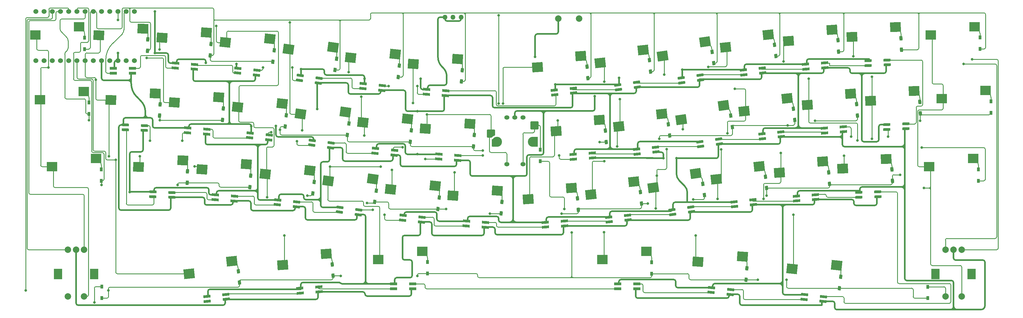
<source format=gbr>
G04 #@! TF.GenerationSoftware,KiCad,Pcbnew,(6.0.10)*
G04 #@! TF.CreationDate,2023-05-22T23:46:38+09:00*
G04 #@! TF.ProjectId,PARALLAX,50415241-4c4c-4415-982e-6b696361645f,rev?*
G04 #@! TF.SameCoordinates,Original*
G04 #@! TF.FileFunction,Copper,L2,Bot*
G04 #@! TF.FilePolarity,Positive*
%FSLAX46Y46*%
G04 Gerber Fmt 4.6, Leading zero omitted, Abs format (unit mm)*
G04 Created by KiCad (PCBNEW (6.0.10)) date 2023-05-22 23:46:38*
%MOMM*%
%LPD*%
G01*
G04 APERTURE LIST*
G04 Aperture macros list*
%AMRoundRect*
0 Rectangle with rounded corners*
0 $1 Rounding radius*
0 $2 $3 $4 $5 $6 $7 $8 $9 X,Y pos of 4 corners*
0 Add a 4 corners polygon primitive as box body*
4,1,4,$2,$3,$4,$5,$6,$7,$8,$9,$2,$3,0*
0 Add four circle primitives for the rounded corners*
1,1,$1+$1,$2,$3*
1,1,$1+$1,$4,$5*
1,1,$1+$1,$6,$7*
1,1,$1+$1,$8,$9*
0 Add four rect primitives between the rounded corners*
20,1,$1+$1,$2,$3,$4,$5,0*
20,1,$1+$1,$4,$5,$6,$7,0*
20,1,$1+$1,$6,$7,$8,$9,0*
20,1,$1+$1,$8,$9,$2,$3,0*%
%AMRotRect*
0 Rectangle, with rotation*
0 The origin of the aperture is its center*
0 $1 length*
0 $2 width*
0 $3 Rotation angle, in degrees counterclockwise*
0 Add horizontal line*
21,1,$1,$2,0,0,$3*%
%AMFreePoly0*
4,1,22,1.150000,1.217000,1.242000,1.125000,1.275000,1.000000,1.275000,-0.378000,1.255000,-0.477000,1.196000,-0.560000,1.110000,-0.613000,0.807000,-0.752000,0.530000,-0.939000,0.287000,-1.167000,0.203000,-1.228000,0.102000,-1.250000,-1.025000,-1.250000,-1.150000,-1.217000,-1.242000,-1.125000,-1.275000,-1.000000,-1.275000,1.000000,-1.242000,1.125000,-1.150000,1.217000,-1.025000,1.250000,
1.025000,1.250000,1.150000,1.217000,1.150000,1.217000,$1*%
G04 Aperture macros list end*
G04 #@! TA.AperFunction,SMDPad,CuDef*
%ADD10RotRect,2.200000X0.820000X184.000000*%
G04 #@! TD*
G04 #@! TA.AperFunction,SMDPad,CuDef*
%ADD11RotRect,1.300000X0.950000X82.000000*%
G04 #@! TD*
G04 #@! TA.AperFunction,SMDPad,CuDef*
%ADD12RotRect,3.300000X3.000000X174.000000*%
G04 #@! TD*
G04 #@! TA.AperFunction,SMDPad,CuDef*
%ADD13RotRect,1.300000X0.950000X276.000000*%
G04 #@! TD*
G04 #@! TA.AperFunction,SMDPad,CuDef*
%ADD14R,0.950000X1.300000*%
G04 #@! TD*
G04 #@! TA.AperFunction,ComponentPad*
%ADD15O,1.500000X1.500000*%
G04 #@! TD*
G04 #@! TA.AperFunction,SMDPad,CuDef*
%ADD16RotRect,3.300000X3.000000X188.000000*%
G04 #@! TD*
G04 #@! TA.AperFunction,SMDPad,CuDef*
%ADD17R,3.300000X3.000000*%
G04 #@! TD*
G04 #@! TA.AperFunction,SMDPad,CuDef*
%ADD18RotRect,1.300000X0.950000X84.000000*%
G04 #@! TD*
G04 #@! TA.AperFunction,SMDPad,CuDef*
%ADD19RotRect,1.300000X0.950000X86.000000*%
G04 #@! TD*
G04 #@! TA.AperFunction,SMDPad,CuDef*
%ADD20RotRect,3.300000X3.000000X186.000000*%
G04 #@! TD*
G04 #@! TA.AperFunction,SMDPad,CuDef*
%ADD21RotRect,3.300000X3.000000X172.000000*%
G04 #@! TD*
G04 #@! TA.AperFunction,SMDPad,CuDef*
%ADD22RotRect,1.300000X0.950000X278.000000*%
G04 #@! TD*
G04 #@! TA.AperFunction,SMDPad,CuDef*
%ADD23RotRect,3.300000X3.000000X184.000000*%
G04 #@! TD*
G04 #@! TA.AperFunction,SMDPad,CuDef*
%ADD24RotRect,2.200000X0.820000X354.000000*%
G04 #@! TD*
G04 #@! TA.AperFunction,ComponentPad*
%ADD25C,1.524000*%
G04 #@! TD*
G04 #@! TA.AperFunction,ComponentPad*
%ADD26C,2.000000*%
G04 #@! TD*
G04 #@! TA.AperFunction,ComponentPad*
%ADD27R,2.500000X3.200000*%
G04 #@! TD*
G04 #@! TA.AperFunction,SMDPad,CuDef*
%ADD28RotRect,1.300000X0.950000X274.000000*%
G04 #@! TD*
G04 #@! TA.AperFunction,SMDPad,CuDef*
%ADD29RotRect,3.300000X3.000000X176.000000*%
G04 #@! TD*
G04 #@! TA.AperFunction,SMDPad,CuDef*
%ADD30RotRect,2.200000X0.820000X174.000000*%
G04 #@! TD*
G04 #@! TA.AperFunction,SMDPad,CuDef*
%ADD31RotRect,2.200000X0.820000X186.000000*%
G04 #@! TD*
G04 #@! TA.AperFunction,SMDPad,CuDef*
%ADD32RotRect,3.300000X3.000000X182.000000*%
G04 #@! TD*
G04 #@! TA.AperFunction,SMDPad,CuDef*
%ADD33RotRect,1.300000X0.950000X96.000000*%
G04 #@! TD*
G04 #@! TA.AperFunction,SMDPad,CuDef*
%ADD34RotRect,2.200000X0.820000X356.000000*%
G04 #@! TD*
G04 #@! TA.AperFunction,SMDPad,CuDef*
%ADD35RotRect,1.300000X0.950000X88.000000*%
G04 #@! TD*
G04 #@! TA.AperFunction,SMDPad,CuDef*
%ADD36RotRect,2.200000X0.820000X6.000000*%
G04 #@! TD*
G04 #@! TA.AperFunction,SMDPad,CuDef*
%ADD37RotRect,2.200000X0.820000X4.000000*%
G04 #@! TD*
G04 #@! TA.AperFunction,SMDPad,CuDef*
%ADD38RotRect,2.200000X0.820000X358.000000*%
G04 #@! TD*
G04 #@! TA.AperFunction,ComponentPad*
%ADD39O,1.600000X1.300000*%
G04 #@! TD*
G04 #@! TA.AperFunction,SMDPad,CuDef*
%ADD40RoundRect,0.249600X-0.550400X-1.300400X0.550400X-1.300400X0.550400X1.300400X-0.550400X1.300400X0*%
G04 #@! TD*
G04 #@! TA.AperFunction,SMDPad,CuDef*
%ADD41RoundRect,0.249600X-0.550400X-0.900400X0.550400X-0.900400X0.550400X0.900400X-0.550400X0.900400X0*%
G04 #@! TD*
G04 #@! TA.AperFunction,ComponentPad*
%ADD42C,3.100000*%
G04 #@! TD*
G04 #@! TA.AperFunction,SMDPad,CuDef*
%ADD43RoundRect,0.250000X-1.025000X-1.000000X1.025000X-1.000000X1.025000X1.000000X-1.025000X1.000000X0*%
G04 #@! TD*
G04 #@! TA.AperFunction,SMDPad,CuDef*
%ADD44FreePoly0,0.000000*%
G04 #@! TD*
G04 #@! TA.AperFunction,SMDPad,CuDef*
%ADD45RotRect,3.300000X3.000000X178.000000*%
G04 #@! TD*
G04 #@! TA.AperFunction,SMDPad,CuDef*
%ADD46RotRect,2.200000X0.820000X2.000000*%
G04 #@! TD*
G04 #@! TA.AperFunction,SMDPad,CuDef*
%ADD47RotRect,1.300000X0.950000X272.000000*%
G04 #@! TD*
G04 #@! TA.AperFunction,SMDPad,CuDef*
%ADD48RotRect,2.200000X0.820000X352.000000*%
G04 #@! TD*
G04 #@! TA.AperFunction,SMDPad,CuDef*
%ADD49RotRect,2.200000X0.820000X182.000000*%
G04 #@! TD*
G04 #@! TA.AperFunction,SMDPad,CuDef*
%ADD50R,2.200000X0.820000*%
G04 #@! TD*
G04 #@! TA.AperFunction,SMDPad,CuDef*
%ADD51RotRect,2.200000X0.820000X8.000000*%
G04 #@! TD*
G04 #@! TA.AperFunction,SMDPad,CuDef*
%ADD52RotRect,1.300000X0.950000X264.000000*%
G04 #@! TD*
G04 #@! TA.AperFunction,SMDPad,CuDef*
%ADD53RotRect,2.200000X0.820000X176.000000*%
G04 #@! TD*
G04 #@! TA.AperFunction,SMDPad,CuDef*
%ADD54RotRect,2.200000X0.820000X172.000000*%
G04 #@! TD*
G04 #@! TA.AperFunction,SMDPad,CuDef*
%ADD55RotRect,2.200000X0.820000X188.000000*%
G04 #@! TD*
G04 #@! TA.AperFunction,SMDPad,CuDef*
%ADD56RotRect,1.300000X0.950000X94.000000*%
G04 #@! TD*
G04 #@! TA.AperFunction,SMDPad,CuDef*
%ADD57RotRect,2.200000X0.820000X178.000000*%
G04 #@! TD*
G04 #@! TA.AperFunction,SMDPad,CuDef*
%ADD58RotRect,1.300000X0.950000X266.000000*%
G04 #@! TD*
G04 #@! TA.AperFunction,ViaPad*
%ADD59C,0.800000*%
G04 #@! TD*
G04 #@! TA.AperFunction,Conductor*
%ADD60C,0.250000*%
G04 #@! TD*
G04 #@! TA.AperFunction,Conductor*
%ADD61C,0.500000*%
G04 #@! TD*
G04 APERTURE END LIST*
D10*
X189600404Y-64490655D03*
X195486031Y-64079091D03*
X195381396Y-62582745D03*
X189495769Y-62994309D03*
D11*
X119657768Y-56956326D03*
X120151832Y-53440874D03*
D12*
X124451495Y-53095396D03*
X138242496Y-51990898D03*
D13*
X251833262Y-28998124D03*
X252204338Y-32528676D03*
D14*
X315344900Y-26753300D03*
X315344900Y-30303300D03*
D15*
X152347700Y-20446700D03*
X154847700Y-20446700D03*
X149847700Y-20446700D03*
D16*
X222963036Y-52238948D03*
X236077183Y-47830913D03*
D17*
X23090000Y-25970000D03*
X36690000Y-23430000D03*
D18*
X147685162Y-79868876D03*
X148056238Y-76338324D03*
D19*
X89510682Y-73122476D03*
X89758318Y-69581124D03*
D20*
X203636528Y-54348371D03*
X216896524Y-50400698D03*
D17*
X28268800Y-66780000D03*
X41868800Y-64240000D03*
D21*
X101390769Y-30393269D03*
X115211915Y-29770742D03*
D11*
X128103768Y-77713426D03*
X128597832Y-74197974D03*
D22*
X238231468Y-50960074D03*
X238725532Y-54475526D03*
D23*
X256147076Y-27835970D03*
X269536766Y-24353470D03*
D24*
X142767336Y-82464568D03*
X136899656Y-81847850D03*
X136742864Y-83339632D03*
X142610544Y-83956350D03*
D23*
X178468176Y-35995970D03*
X191857866Y-32513470D03*
D25*
X51247700Y-18675300D03*
X48707700Y-18675300D03*
X46167700Y-18675300D03*
X43627700Y-18675300D03*
X41087700Y-18675300D03*
X38547700Y-18675300D03*
X36007700Y-18675300D03*
X33467700Y-18675300D03*
X30927700Y-18675300D03*
X28387700Y-18675300D03*
X25847700Y-18675300D03*
X23307700Y-18675300D03*
X23307700Y-33895300D03*
X25847700Y-33895300D03*
X28387700Y-33895300D03*
X30927700Y-33895300D03*
X33467700Y-33895300D03*
X36007700Y-33895300D03*
X38547700Y-33895300D03*
X41087700Y-33895300D03*
X43627700Y-33895300D03*
X46167700Y-33895300D03*
X48707700Y-33895300D03*
X51247700Y-33895300D03*
X53787700Y-33895300D03*
X53787700Y-18675300D03*
D26*
X38218800Y-92512500D03*
X33218800Y-92512500D03*
X35718800Y-92512500D03*
D27*
X41318800Y-100012500D03*
X30118800Y-100012500D03*
D26*
X33218800Y-107012500D03*
X38218800Y-107012500D03*
D28*
X199500282Y-55595424D03*
X199747918Y-59136776D03*
D29*
X228118119Y-96226599D03*
X241862172Y-94641474D03*
D14*
X299190900Y-103989700D03*
X299190900Y-107539700D03*
D17*
X313700700Y-23408000D03*
X300100700Y-25948000D03*
D18*
X100391862Y-54370676D03*
X100762938Y-50840124D03*
D17*
X303500000Y-45735000D03*
X317100000Y-43195000D03*
D20*
X242404628Y-49588871D03*
X255664624Y-45641198D03*
D30*
X89442664Y-57842932D03*
X95310344Y-58459650D03*
X95467136Y-56967868D03*
X89599456Y-56351150D03*
D29*
X66115119Y-46891599D03*
X79859172Y-45306474D03*
D31*
X76314356Y-108497250D03*
X82182036Y-107880532D03*
X82025244Y-106388750D03*
X76157564Y-107005468D03*
D14*
X314862800Y-67628300D03*
X314862800Y-71178300D03*
D32*
X275725998Y-26546573D03*
X289229068Y-23533487D03*
D33*
X86272538Y-102718176D03*
X85901462Y-99187624D03*
D34*
X72398831Y-35095209D03*
X66513204Y-34683645D03*
X66408569Y-36179991D03*
X72294196Y-36591555D03*
D12*
X81885695Y-28260396D03*
X95676696Y-27155898D03*
D35*
X70071353Y-71806319D03*
X70195247Y-68258481D03*
D21*
X113713069Y-71208269D03*
X127534215Y-70585742D03*
D12*
X120654295Y-33015396D03*
X134445296Y-31910898D03*
D17*
X198571200Y-95550000D03*
X212171200Y-93010000D03*
D14*
X39743700Y-50395700D03*
X39743700Y-46845700D03*
D11*
X115841568Y-36825026D03*
X116335632Y-33309574D03*
D19*
X158690082Y-60524776D03*
X158937718Y-56983424D03*
X77212382Y-32301176D03*
X77460018Y-28759824D03*
D30*
X232183864Y-105748832D03*
X238051544Y-106365550D03*
X238208336Y-104873768D03*
X232340656Y-104257050D03*
D19*
X81052982Y-52291876D03*
X81300618Y-48750524D03*
D35*
X61576453Y-50985319D03*
X61700347Y-47437481D03*
D36*
X189532544Y-42444050D03*
X183664864Y-43060768D03*
X183821656Y-44552550D03*
X189689336Y-43935832D03*
D20*
X233762228Y-70637871D03*
X247022224Y-66690198D03*
D28*
X268594182Y-68550224D03*
X268841818Y-72091576D03*
D23*
X184248276Y-55782970D03*
X197637966Y-52300470D03*
D20*
X194994228Y-75397871D03*
X208254224Y-71450198D03*
D14*
X144456400Y-99910500D03*
X144456400Y-96360500D03*
D29*
X74640119Y-67626599D03*
X88384172Y-66041474D03*
D10*
X105029904Y-105967755D03*
X110915531Y-105556191D03*
X110810896Y-104059845D03*
X104925269Y-104471409D03*
X267280304Y-56329255D03*
X273165931Y-55917691D03*
X273061296Y-54421345D03*
X267175669Y-54832909D03*
D30*
X128210464Y-62594932D03*
X134078144Y-63211650D03*
X134234936Y-61719868D03*
X128367256Y-61103150D03*
D12*
X94207895Y-69075396D03*
X107998896Y-67970898D03*
D37*
X264413296Y-75469645D03*
X258527669Y-75881209D03*
X258632304Y-77377555D03*
X264517931Y-76965991D03*
D32*
X281506598Y-46336573D03*
X295009668Y-43323487D03*
D14*
X213816500Y-96382300D03*
X213816500Y-99932300D03*
D38*
X65391678Y-74786911D03*
X59495271Y-74581003D03*
X59442922Y-76080089D03*
X65339329Y-76285997D03*
D39*
X173950000Y-51539900D03*
X168950000Y-51539900D03*
X171450000Y-51539900D03*
D40*
X177800000Y-59039900D03*
D41*
X165100000Y-59439900D03*
D42*
X165900000Y-59039900D03*
X177000000Y-59039900D03*
D43*
X177540000Y-53959900D03*
D39*
X173950000Y-66039900D03*
D44*
X164090000Y-56499900D03*
D39*
X168950000Y-66039900D03*
D26*
X191368750Y-20850700D03*
X184868750Y-20850700D03*
D17*
X299620000Y-66780000D03*
X313220000Y-64240000D03*
D22*
X232484968Y-31203874D03*
X232979032Y-34719326D03*
D28*
X271394982Y-27615524D03*
X271642618Y-31156876D03*
D20*
X236624628Y-29802871D03*
X249884624Y-25855198D03*
X197856528Y-34562871D03*
X211116524Y-30615198D03*
D24*
X130447236Y-41651168D03*
X124579556Y-41034450D03*
X124422764Y-42526232D03*
X130290444Y-43142950D03*
D45*
X46508679Y-46126570D03*
X60189039Y-44062751D03*
X55033679Y-66861570D03*
X68714039Y-64797751D03*
D34*
X84713031Y-75908909D03*
X78827404Y-75497345D03*
X78722769Y-76993691D03*
X84608396Y-77405255D03*
D29*
X143795119Y-55041599D03*
X157539172Y-53456474D03*
D23*
X99685176Y-97265970D03*
X113074866Y-93783470D03*
D12*
X85682895Y-48341396D03*
X99473896Y-47236898D03*
D16*
X214320536Y-73286948D03*
X227434683Y-68878913D03*
D26*
X309681300Y-92512500D03*
X304681300Y-92512500D03*
X307181300Y-92512500D03*
D27*
X301581300Y-100012500D03*
X312781300Y-100012500D03*
D26*
X304681300Y-107012500D03*
X309681300Y-107012500D03*
D46*
X286614129Y-33729103D03*
X280717722Y-33935011D03*
X280770071Y-35434097D03*
X286666478Y-35228189D03*
D12*
X257180295Y-98425396D03*
X270971296Y-97320898D03*
D36*
X206342344Y-81807650D03*
X200474664Y-82424368D03*
X200631456Y-83916150D03*
X206499136Y-83299432D03*
D18*
X139109362Y-59071276D03*
X139480438Y-55540724D03*
D32*
X272864098Y-67384573D03*
X286367168Y-64371487D03*
D12*
X132976495Y-73833396D03*
X146767496Y-72728898D03*
D29*
X152319819Y-75781599D03*
X166063872Y-74196474D03*
D47*
X288128853Y-67643781D03*
X288252747Y-71191619D03*
D48*
X123187671Y-80174560D03*
X117345089Y-79353438D03*
X117136329Y-80838840D03*
X122978911Y-81659962D03*
D49*
X286547471Y-55223097D03*
X292443878Y-55017189D03*
X292391529Y-53518103D03*
X286495122Y-53724011D03*
D50*
X53130800Y-36290900D03*
X47230800Y-36290900D03*
X47230800Y-37790900D03*
X53130800Y-37790900D03*
D23*
X253284776Y-68671970D03*
X266674466Y-65189470D03*
D14*
X43666800Y-107531400D03*
X43666800Y-103981400D03*
D51*
X225891311Y-79295538D03*
X220048729Y-80116660D03*
X220257489Y-81602062D03*
X226100071Y-80780940D03*
D22*
X229629468Y-72088674D03*
X230123532Y-75604126D03*
D52*
X272248938Y-100905624D03*
X271877862Y-104436176D03*
D18*
X96622062Y-34235876D03*
X96993138Y-30705324D03*
D50*
X133924200Y-104606600D03*
X139824200Y-104606600D03*
X139824200Y-103106600D03*
X133924200Y-103106600D03*
D53*
X147877569Y-64411191D03*
X153763196Y-64822755D03*
X153867831Y-63326409D03*
X147982204Y-62914845D03*
D17*
X24506300Y-46045000D03*
X38106300Y-43505000D03*
D34*
X150079731Y-43248609D03*
X144194104Y-42837045D03*
X144089469Y-44333391D03*
X149975096Y-44744955D03*
D47*
X296778853Y-46750281D03*
X296902747Y-50298119D03*
D20*
X70668328Y-99982871D03*
X83928324Y-96035198D03*
D13*
X257667362Y-48808024D03*
X258038438Y-52338576D03*
D19*
X154962082Y-40400776D03*
X155209718Y-36859424D03*
D14*
X318746300Y-46571500D03*
X318746300Y-50121500D03*
D54*
X108619629Y-60102240D03*
X114462211Y-60923362D03*
X114670971Y-59437960D03*
X108828389Y-58616838D03*
D51*
X209141711Y-40626438D03*
X203299129Y-41447560D03*
X203507889Y-42932962D03*
X209350471Y-42111840D03*
D34*
X162400831Y-84057409D03*
X156515204Y-83645845D03*
X156410569Y-85142191D03*
X162296196Y-85553755D03*
D24*
X103999936Y-77708068D03*
X98132256Y-77091350D03*
X97975464Y-78583132D03*
X103843144Y-79199850D03*
D21*
X105188169Y-50472269D03*
X119009315Y-49849742D03*
D14*
X43530300Y-71163400D03*
X43530300Y-67613400D03*
D30*
X260936764Y-107926132D03*
X266804444Y-108542850D03*
X266961236Y-107051068D03*
X261093556Y-106434350D03*
D31*
X209281256Y-62859050D03*
X215148936Y-62242332D03*
X214992144Y-60750550D03*
X209124464Y-61367268D03*
D36*
X245120144Y-77042650D03*
X239252464Y-77659368D03*
X239409256Y-79151150D03*
X245276936Y-78534432D03*
D46*
X283751629Y-74569803D03*
X277855222Y-74775711D03*
X277907571Y-76274797D03*
X283803978Y-76068889D03*
D23*
X261927176Y-47622970D03*
X275316866Y-44140470D03*
D55*
X228906589Y-60551862D03*
X234749171Y-59730740D03*
X234540411Y-58245338D03*
X228697829Y-59066460D03*
D51*
X228754211Y-38452938D03*
X222911629Y-39274060D03*
X223120389Y-40759462D03*
X228962971Y-39938340D03*
D13*
X210302162Y-74641524D03*
X210673238Y-78172076D03*
D48*
X110869871Y-39357360D03*
X105027289Y-38536238D03*
X104818529Y-40021640D03*
X110661111Y-40842762D03*
D50*
X203304300Y-104610500D03*
X209204300Y-104610500D03*
X209204300Y-103110500D03*
X203304300Y-103110500D03*
D19*
X167200182Y-81257476D03*
X167447818Y-77716124D03*
D35*
X57820153Y-30849519D03*
X57944047Y-27301681D03*
D36*
X247989744Y-36211650D03*
X242122064Y-36828368D03*
X242278856Y-38320150D03*
X248146536Y-37703432D03*
D17*
X129195800Y-95550000D03*
X142795800Y-93010000D03*
D18*
X135386862Y-38981276D03*
X135757938Y-35450724D03*
D29*
X62317719Y-26813599D03*
X76061772Y-25228474D03*
D14*
X179354000Y-65121000D03*
X179354000Y-61571000D03*
D24*
X91667036Y-36896968D03*
X85799356Y-36280250D03*
X85642564Y-37772032D03*
X91510244Y-38388750D03*
D14*
X38351800Y-30354000D03*
X38351800Y-26804000D03*
D37*
X267278796Y-34630645D03*
X261393169Y-35042209D03*
X261497804Y-36538555D03*
X267383431Y-36126991D03*
D28*
X190866382Y-76629524D03*
X191114018Y-80170876D03*
D56*
X115195918Y-100598776D03*
X114948282Y-97057424D03*
D16*
X230296983Y-28043913D03*
X217182836Y-32451948D03*
D18*
X108979562Y-75081376D03*
X109350638Y-71550824D03*
D53*
X70193669Y-56259391D03*
X76079296Y-56670955D03*
X76183931Y-55174609D03*
X70298304Y-54763045D03*
D57*
X50922422Y-55345889D03*
X56818829Y-55551797D03*
X56871178Y-54052711D03*
X50974771Y-53846803D03*
D47*
X290938453Y-26952881D03*
X291062347Y-30500719D03*
D13*
X213090562Y-33778424D03*
X213461638Y-37308976D03*
D28*
X277211382Y-47425524D03*
X277459018Y-50966876D03*
D31*
X248046756Y-58103350D03*
X253914436Y-57486632D03*
X253757644Y-55994850D03*
X247889964Y-56611568D03*
D45*
X42711179Y-26051570D03*
X56391539Y-23987751D03*
D28*
X193776782Y-35787624D03*
X194024418Y-39328976D03*
D23*
X175605876Y-76830970D03*
X188995566Y-73348470D03*
D58*
X243259618Y-98262324D03*
X243011982Y-101803676D03*
D13*
X218974162Y-53636524D03*
X219345238Y-57167076D03*
X248997662Y-69882024D03*
X249368738Y-73412576D03*
D37*
X186727596Y-83623345D03*
X180841969Y-84034909D03*
X180946604Y-85531255D03*
X186832231Y-85119691D03*
D29*
X139997619Y-34963599D03*
X153741672Y-33378474D03*
D59*
X197686041Y-59176075D03*
X255832033Y-53959000D03*
X216154508Y-58168200D03*
X264318750Y-52529900D03*
X39743700Y-52384403D03*
X98831085Y-55356042D03*
X161509625Y-61820500D03*
X296804700Y-52529900D03*
X61640181Y-52360001D03*
X290633363Y-69278169D03*
X107243247Y-75732601D03*
X297343794Y-60864384D03*
X163746022Y-81337733D03*
X249368700Y-75782900D03*
X125692928Y-78023900D03*
X150161542Y-79882022D03*
X185928879Y-81346234D03*
X43624100Y-72481100D03*
X212604240Y-78172079D03*
X67138169Y-72454000D03*
X226638900Y-76966000D03*
X41376666Y-108863700D03*
X246599000Y-101803700D03*
X186771900Y-79868687D03*
X20122700Y-105141200D03*
X189038500Y-87141873D03*
X141328851Y-100646649D03*
X45731342Y-105145678D03*
X255527600Y-101790978D03*
X117584883Y-100632218D03*
X60127400Y-18670546D03*
X52311666Y-74614934D03*
X75845100Y-34625900D03*
X60139578Y-31561500D03*
X177744607Y-32730701D03*
X105280887Y-36539967D03*
X48707700Y-31561500D03*
X196197843Y-44973314D03*
X221456250Y-64195300D03*
X85353500Y-34970000D03*
X184012900Y-41274000D03*
X124927600Y-39504900D03*
X142307759Y-39504900D03*
X217410262Y-64138405D03*
X203698683Y-39259300D03*
X223258200Y-36718437D03*
X110329908Y-48905128D03*
X141308000Y-62887994D03*
X97531445Y-54121760D03*
X89947517Y-54220128D03*
X141308000Y-49621615D03*
X93563900Y-36085000D03*
X102643690Y-36085000D03*
X141274667Y-41833730D03*
X132428004Y-41833730D03*
X286897300Y-57458264D03*
X275459137Y-57442415D03*
X161528879Y-63302000D03*
X185167100Y-63298614D03*
X143763800Y-64435600D03*
X136726482Y-60745434D03*
X96050900Y-56124995D03*
X104009671Y-58895600D03*
X68615000Y-58730000D03*
X58612977Y-58730000D03*
X131184594Y-81698686D03*
X127540378Y-80125849D03*
X27160351Y-36028700D03*
X167777200Y-47213200D03*
X184697200Y-52431436D03*
X55483400Y-63546500D03*
X203929034Y-45833800D03*
X199136600Y-40413800D03*
X45845100Y-63546500D03*
X199136600Y-65062500D03*
X203124300Y-60481183D03*
X41829483Y-39867300D03*
X215071200Y-79757979D03*
X61524600Y-30434900D03*
X72377000Y-66732700D03*
X218445984Y-61330626D03*
X217638568Y-38256881D03*
X215376100Y-69567649D03*
X47992513Y-64693401D03*
X199021200Y-87138047D03*
X57597092Y-33062200D03*
X223408700Y-55144900D03*
X79098700Y-23174892D03*
X235267700Y-61466700D03*
X239534326Y-42652518D03*
X237200716Y-56442600D03*
X234209800Y-76781900D03*
X94787100Y-76278400D03*
X100134100Y-88102447D03*
X231281526Y-35868937D03*
X227402100Y-88103202D03*
X129970167Y-66738701D03*
X277481664Y-58682547D03*
X101836400Y-22076500D03*
X105633800Y-55553500D03*
X262376100Y-39493100D03*
X253733700Y-62561400D03*
X248425500Y-76752100D03*
X257627800Y-81704500D03*
X254615900Y-34160800D03*
X114276087Y-66763692D03*
X120032600Y-37524000D03*
X124899000Y-57165783D03*
X276175700Y-32551300D03*
X133424000Y-67795700D03*
X123987800Y-45109800D03*
X273313800Y-63397826D03*
X281956300Y-58184305D03*
X281956300Y-38930000D03*
X152784071Y-68520200D03*
X144244000Y-50594801D03*
X298016600Y-73399700D03*
X139988508Y-47008800D03*
X166447300Y-19846600D03*
X166447300Y-47212600D03*
X48719397Y-21303964D03*
X312919164Y-33516580D03*
X310315000Y-34970000D03*
D60*
X78763166Y-21351300D02*
X78756632Y-21351300D01*
X78304400Y-20899061D02*
G75*
G03*
X78756632Y-21351300I452200J-39D01*
G01*
X78304393Y-20899061D02*
X78304370Y-18047164D01*
X78304400Y-21810066D02*
X78304393Y-20899061D01*
X52818134Y-17588100D02*
X77845302Y-17588100D01*
X78304400Y-18047164D02*
G75*
G03*
X77845302Y-17588100I-459100J-36D01*
G01*
D61*
X149625915Y-48992599D02*
G75*
G02*
X148996933Y-49621615I-629015J-1D01*
G01*
X141308000Y-49621615D02*
X148996933Y-49621615D01*
X138305428Y-49621615D02*
X141308000Y-49621615D01*
X138305428Y-49621583D02*
G75*
G02*
X137674217Y-48990406I-28J631183D01*
G01*
X137674217Y-48990406D02*
X137674205Y-43739861D01*
X137040708Y-43106365D02*
X129942361Y-43106365D01*
X137040708Y-43106395D02*
G75*
G02*
X137674205Y-43739861I-8J-633505D01*
G01*
X149625949Y-48992599D02*
X149625949Y-44720540D01*
D60*
X227402100Y-88103202D02*
X227402100Y-96258000D01*
X227402100Y-96258000D02*
X228567000Y-96258000D01*
X167777200Y-47213200D02*
X167777200Y-36423689D01*
X168236289Y-35964600D02*
X178917100Y-35964600D01*
X168236289Y-35964600D02*
G75*
G03*
X167777200Y-36423689I11J-459100D01*
G01*
X48707700Y-18675300D02*
X48707700Y-21292267D01*
X288252747Y-71191619D02*
X288252733Y-69737045D01*
X290633363Y-69278169D02*
X288711604Y-69278169D01*
X288252769Y-69737045D02*
G75*
G02*
X288711604Y-69278169I458831J45D01*
G01*
X191114034Y-80887026D02*
G75*
G02*
X190654792Y-81346234I-459234J26D01*
G01*
X185928879Y-81346234D02*
X190654792Y-81346234D01*
X191114000Y-80887026D02*
X191114000Y-80170900D01*
X167200133Y-81257476D02*
G75*
G02*
X167119925Y-81337733I-80233J-24D01*
G01*
X163746022Y-81337733D02*
X167119925Y-81337733D01*
X79953344Y-72664062D02*
X79953333Y-72265339D01*
X79494302Y-71806319D02*
X70071353Y-71806319D01*
X89510682Y-73122476D02*
X80411770Y-73122476D01*
X79494302Y-71806367D02*
G75*
G02*
X79953333Y-72265339I-2J-459033D01*
G01*
X79953324Y-72664062D02*
G75*
G03*
X80411770Y-73122476I458476J62D01*
G01*
X232979032Y-34719326D02*
X233517263Y-34719309D01*
X233976709Y-34259827D02*
G75*
G02*
X233517263Y-34719309I-459509J27D01*
G01*
X233468197Y-19121470D02*
G75*
G02*
X233976730Y-19630033I3J-508530D01*
G01*
X233976730Y-20525003D02*
X233976730Y-19630033D01*
X233468197Y-19121500D02*
X234463158Y-19121500D01*
X215054056Y-19121500D02*
X233468197Y-19121500D01*
X233976730Y-20525003D02*
X233976730Y-19607928D01*
X233976730Y-34259827D02*
X233976730Y-20525003D01*
X234463158Y-19121430D02*
G75*
G03*
X233976730Y-19607928I42J-486470D01*
G01*
X234463158Y-19121500D02*
X252919425Y-19121500D01*
X231396356Y-35754107D02*
X236613488Y-35754107D01*
X237072207Y-35295395D02*
G75*
G02*
X236613488Y-35754107I-458707J-5D01*
G01*
X231281526Y-35868937D02*
X231396356Y-35754107D01*
X139567939Y-60524800D02*
X158690058Y-60524800D01*
X139109362Y-59071276D02*
X139109346Y-60066199D01*
X158690075Y-60524766D02*
G75*
G03*
X158690058Y-60524800I25J-34D01*
G01*
X139567939Y-60524754D02*
G75*
G02*
X139109346Y-60066199I-39J458554D01*
G01*
X98831085Y-55356042D02*
X98831115Y-56495133D01*
X98831085Y-55356042D02*
X98831063Y-54834906D01*
X98831100Y-56495133D02*
G75*
G03*
X99292294Y-56956300I461200J33D01*
G01*
X100850561Y-56956300D02*
X99292294Y-56956300D01*
X99295273Y-54370676D02*
X100391862Y-54370676D01*
X99295273Y-54370663D02*
G75*
G03*
X98831063Y-54834906I27J-464237D01*
G01*
X295908910Y-19121501D02*
X295929375Y-19121501D01*
X296441300Y-19653891D02*
X296441300Y-19633426D01*
X295929375Y-19121500D02*
G75*
G02*
X296441300Y-19633426I25J-511900D01*
G01*
X273703397Y-19121501D02*
X295908910Y-19121501D01*
X296441300Y-20490177D02*
X296441300Y-19599430D01*
X295908910Y-19121501D02*
X296919229Y-19121501D01*
X296441300Y-30039773D02*
X296441300Y-20490177D01*
X296441300Y-20490177D02*
X296441300Y-19653891D01*
X291062347Y-30500719D02*
X295980354Y-30500719D01*
X296919229Y-19121500D02*
G75*
G03*
X296441300Y-19599430I-29J-477900D01*
G01*
X296441319Y-30039773D02*
G75*
G02*
X295980354Y-30500719I-460919J-27D01*
G01*
X296919229Y-19121501D02*
X316612880Y-19121501D01*
X317071974Y-19580514D02*
X317071974Y-29843766D01*
X316612440Y-30303300D02*
X315344900Y-30303300D01*
X316612440Y-30303374D02*
G75*
G03*
X317071974Y-29843766I-40J459574D01*
G01*
X317071933Y-19580514D02*
G75*
G03*
X316612914Y-19121467I-459033J14D01*
G01*
X316612908Y-19121482D02*
G75*
G03*
X316612880Y-19121501I-8J-18D01*
G01*
X312919164Y-33516580D02*
X320537667Y-33516580D01*
X320996820Y-33975731D02*
G75*
G03*
X320537667Y-33516580I-459120J31D01*
G01*
X320538079Y-92512500D02*
X309681300Y-92512500D01*
X320996818Y-33975731D02*
X320996818Y-92053761D01*
X320538079Y-92512518D02*
G75*
G03*
X320996818Y-92053761I21J458718D01*
G01*
X305141135Y-89020400D02*
X320066418Y-89020400D01*
X320067781Y-34970048D02*
G75*
G02*
X320525852Y-35428071I19J-458052D01*
G01*
X320525800Y-88560966D02*
G75*
G02*
X320066418Y-89020400I-459400J-34D01*
G01*
X304681300Y-92512500D02*
X304681300Y-89480235D01*
X320525852Y-88560966D02*
X320525852Y-35428071D01*
X305141135Y-89020400D02*
G75*
G03*
X304681300Y-89480235I-35J-459800D01*
G01*
X320067781Y-34970000D02*
X310315000Y-34970000D01*
X316650000Y-43195000D02*
G75*
G02*
X318746300Y-45291300I0J-2096300D01*
G01*
X318746300Y-46571500D02*
X318746300Y-45291300D01*
X38218800Y-75792619D02*
X38218800Y-92512500D01*
X21077700Y-21962341D02*
X21077700Y-74874033D01*
X29015199Y-21503300D02*
X21536741Y-21503300D01*
X29474900Y-19132262D02*
X29474900Y-21043599D01*
X38218800Y-75792619D02*
G75*
G03*
X37760481Y-75334300I-458300J19D01*
G01*
X21077700Y-21962341D02*
G75*
G02*
X21536741Y-21503300I459000J41D01*
G01*
X21537967Y-75334300D02*
G75*
G02*
X21077700Y-74874033I33J460300D01*
G01*
X29015199Y-21503300D02*
G75*
G03*
X29474900Y-21043599I1J459700D01*
G01*
X21537967Y-75334300D02*
X37760481Y-75334300D01*
X30927700Y-18675300D02*
X29931862Y-18675300D01*
X29474900Y-19132262D02*
G75*
G02*
X29931862Y-18675300I457000J-38D01*
G01*
X38351800Y-26804000D02*
X38351800Y-25541800D01*
X36240000Y-23430000D02*
G75*
G02*
X38351800Y-25541800I0J-2111800D01*
G01*
X273711552Y-19121500D02*
X273703397Y-19121501D01*
X155547236Y-19121500D02*
X137401846Y-19121500D01*
X117379800Y-21810626D02*
X117379800Y-22129800D01*
X214535572Y-20067806D02*
X214535572Y-19596880D01*
X58766442Y-22485556D02*
X58766442Y-29903230D01*
X253378480Y-20465270D02*
X253378480Y-19625073D01*
X42524469Y-24030786D02*
X49519663Y-24030786D01*
X195455675Y-19121500D02*
X214060192Y-19121500D01*
X252204338Y-32528676D02*
X252920620Y-32528653D01*
X77212400Y-32301200D02*
X77846212Y-32301200D01*
X273235900Y-19597152D02*
X273235901Y-19588997D01*
X137401846Y-19121500D02*
X136424437Y-19121500D01*
X136894000Y-19898380D02*
X136894000Y-19591063D01*
X253378480Y-20465270D02*
X253378480Y-32070778D01*
X137401846Y-19121500D02*
X137362337Y-19121496D01*
X117379800Y-22129800D02*
X117379800Y-21877468D01*
X77212400Y-33630086D02*
X77212400Y-32301200D01*
X41087700Y-18675300D02*
X40558764Y-18675300D01*
X155621194Y-40400800D02*
X154962100Y-40400800D01*
X126334153Y-21351300D02*
X117905968Y-21351300D01*
X136894000Y-19629346D02*
X136893996Y-19589837D01*
X273235900Y-20823400D02*
X273235900Y-19597152D01*
X52334900Y-18071334D02*
X52334900Y-18069111D01*
X273235900Y-20823400D02*
X273235900Y-19647939D01*
X126792248Y-20893231D02*
X126792321Y-19581603D01*
X41087700Y-18675300D02*
X41605977Y-18675300D01*
X156081000Y-19979804D02*
X156081000Y-19573373D01*
X136894000Y-38523822D02*
X136894000Y-19898380D01*
X214535572Y-20067806D02*
X214535572Y-19639984D01*
X194458520Y-19121500D02*
X195455675Y-19121500D01*
X117379800Y-22129800D02*
X117379800Y-36366366D01*
X52334900Y-18071334D02*
X52334900Y-21568210D01*
X252919425Y-19121500D02*
X253882053Y-19121500D01*
X117905968Y-21351300D02*
X116920474Y-21351300D01*
X50436409Y-17588100D02*
X52818134Y-17588100D01*
X156532873Y-19121500D02*
X194458520Y-19121500D01*
X194980300Y-38870135D02*
X194980300Y-19983561D01*
X38351800Y-30354000D02*
X39639208Y-30354000D01*
X273235900Y-30697352D02*
X273235900Y-20823400D01*
X86103317Y-34089317D02*
X84095567Y-34089317D01*
X253882053Y-19121500D02*
X272709461Y-19121500D01*
X214535572Y-36850406D02*
X214535572Y-20067806D01*
X135386886Y-38981300D02*
X136436522Y-38981300D01*
X52793428Y-22026738D02*
X58307624Y-22026738D01*
X42066793Y-19136116D02*
X42066793Y-23573110D01*
X156081000Y-19979804D02*
X156081000Y-19655264D01*
X253378480Y-19580555D02*
X253378480Y-20465270D01*
X40097699Y-19136365D02*
X40097699Y-29895509D01*
X194980300Y-19983561D02*
X194980300Y-19643280D01*
X84095567Y-34089317D02*
X96475503Y-34089317D01*
X194024418Y-39328976D02*
X194521459Y-39328976D01*
X271642618Y-31156876D02*
X272776376Y-31156876D01*
X213461638Y-37308976D02*
X214077040Y-37308954D01*
X156532873Y-19121500D02*
X155547236Y-19121500D01*
X49977700Y-23572749D02*
X49977700Y-18046809D01*
X78763166Y-21351300D02*
X116920474Y-21351300D01*
X272709461Y-19121500D02*
X273711552Y-19121500D01*
X232979000Y-34719300D02*
X232979000Y-34442600D01*
X136424437Y-19121500D02*
X127252449Y-19121500D01*
X214060192Y-19121500D02*
X215054056Y-19121500D01*
X156081000Y-19979804D02*
X156081000Y-39940994D01*
X84095567Y-34089317D02*
X77671631Y-34089317D01*
X194980300Y-19983561D02*
X194980300Y-19596875D01*
X115841600Y-36825000D02*
X116921166Y-36825000D01*
X78304400Y-31843012D02*
X78304400Y-21810066D01*
X136894000Y-19898380D02*
X136894000Y-19629346D01*
X137362337Y-19121496D02*
G75*
G03*
X136893996Y-19589837I-37J-468304D01*
G01*
X214060192Y-19121528D02*
G75*
G02*
X214535572Y-19596880I8J-475372D01*
G01*
X273235876Y-30697352D02*
G75*
G02*
X272776376Y-31156876I-459476J-48D01*
G01*
X155547236Y-19121500D02*
G75*
G02*
X156081000Y-19655264I-36J-533800D01*
G01*
X51853889Y-17588100D02*
G75*
G02*
X52334900Y-18069111I11J-481000D01*
G01*
X116920474Y-21351300D02*
G75*
G02*
X117379800Y-21810626I26J-459300D01*
G01*
X117379800Y-36366366D02*
G75*
G02*
X116921166Y-36825000I-458600J-34D01*
G01*
X136424437Y-19121500D02*
G75*
G02*
X136894000Y-19591063I-37J-469600D01*
G01*
X57820153Y-30849442D02*
G75*
G03*
X58766442Y-29903230I47J946242D01*
G01*
X155621194Y-40400800D02*
G75*
G03*
X156081000Y-39940994I6J459800D01*
G01*
X52793428Y-22026800D02*
G75*
G02*
X52334900Y-21568210I-28J458500D01*
G01*
X50436409Y-17588100D02*
G75*
G03*
X49977700Y-18046809I-9J-458700D01*
G01*
X42524469Y-24030807D02*
G75*
G02*
X42066793Y-23573110I31J457707D01*
G01*
X156532873Y-19121500D02*
G75*
G03*
X156081000Y-19573373I27J-451900D01*
G01*
X52818134Y-17588100D02*
G75*
G03*
X52334900Y-18071334I-34J-483200D01*
G01*
X126334153Y-21351248D02*
G75*
G03*
X126792248Y-20893231I47J458048D01*
G01*
X273703397Y-19121501D02*
G75*
G03*
X273235901Y-19588997I3J-467499D01*
G01*
X194458520Y-19121500D02*
G75*
G02*
X194980300Y-19643280I-20J-521800D01*
G01*
X78304400Y-31843012D02*
G75*
G02*
X77846212Y-32301200I-458200J12D01*
G01*
X194980376Y-38870135D02*
G75*
G02*
X194521459Y-39328976I-458876J35D01*
G01*
X195455675Y-19121500D02*
G75*
G03*
X194980300Y-19596875I25J-475400D01*
G01*
X135386856Y-38981300D02*
G75*
G02*
X135386863Y-38981277I44J0D01*
G01*
X253378500Y-19580555D02*
G75*
G03*
X252919425Y-19121500I-459100J-45D01*
G01*
X214535554Y-36850406D02*
G75*
G02*
X214077040Y-37308954I-458554J6D01*
G01*
X96622083Y-34235876D02*
G75*
G03*
X96475503Y-34089317I-146583J-24D01*
G01*
X40097700Y-19136365D02*
G75*
G02*
X40558764Y-18675300I461100J-35D01*
G01*
X253882053Y-19121480D02*
G75*
G03*
X253378480Y-19625073I47J-503620D01*
G01*
X77212383Y-33630086D02*
G75*
G03*
X77671631Y-34089317I459217J-14D01*
G01*
X78763166Y-21351300D02*
G75*
G03*
X78304400Y-21810066I34J-458800D01*
G01*
X117905968Y-21351300D02*
G75*
G03*
X117379800Y-21877468I32J-526200D01*
G01*
X253378453Y-32070778D02*
G75*
G02*
X252920620Y-32528653I-457853J-22D01*
G01*
X58766462Y-22485556D02*
G75*
G03*
X58307624Y-22026738I-458862J-44D01*
G01*
X39639208Y-30353999D02*
G75*
G03*
X40097699Y-29895509I-8J458499D01*
G01*
X49977786Y-23572749D02*
G75*
G02*
X49519663Y-24030786I-458086J49D01*
G01*
X215054056Y-19121472D02*
G75*
G03*
X214535572Y-19639984I44J-518528D01*
G01*
X42066800Y-19136116D02*
G75*
G03*
X41605977Y-18675300I-460800J16D01*
G01*
X136894000Y-38523822D02*
G75*
G02*
X136436522Y-38981300I-457500J22D01*
G01*
X272709461Y-19121500D02*
G75*
G02*
X273235900Y-19647939I39J-526400D01*
G01*
X126792300Y-19581603D02*
G75*
G02*
X127252449Y-19121500I460100J3D01*
G01*
X39743700Y-46845700D02*
X39743700Y-45592400D01*
X37656300Y-43505000D02*
G75*
G02*
X39743700Y-45592400I0J-2087400D01*
G01*
X296804700Y-52529900D02*
X296804700Y-50396166D01*
X238725500Y-56710313D02*
X238725500Y-54233300D01*
X38547700Y-18675300D02*
X38547700Y-20546854D01*
X116982200Y-56956300D02*
X119657800Y-56956300D01*
X39743700Y-50395700D02*
X39135801Y-50395700D01*
X158690082Y-60524776D02*
X158690066Y-61361650D01*
X39743700Y-52384403D02*
X39743700Y-50395700D01*
X38675125Y-46216604D02*
X38675125Y-49935036D01*
X119657768Y-56956326D02*
X119657788Y-58612174D01*
X199747918Y-59136776D02*
X197725340Y-59136776D01*
X255832033Y-53959000D02*
X239242058Y-53959000D01*
X216154508Y-58168200D02*
X216154508Y-57625468D01*
X32931367Y-30741562D02*
X32636663Y-31036266D01*
X296902747Y-50298119D02*
X297294629Y-50690001D01*
X219345200Y-57167100D02*
X238268713Y-57167100D01*
X136610700Y-59071300D02*
X121903700Y-59071300D01*
X31217225Y-25074288D02*
X32788076Y-26645103D01*
X297294629Y-50690001D02*
X318177799Y-50690001D01*
X197686041Y-59176075D02*
X197725316Y-59136800D01*
X276997737Y-52529900D02*
X264318750Y-52529900D01*
X277459018Y-50966876D02*
X277459018Y-52068619D01*
X136610700Y-59071300D02*
X139109400Y-59071300D01*
X32691937Y-45756299D02*
X38214820Y-45756299D01*
X80752452Y-52592448D02*
X81053000Y-52291900D01*
X161509625Y-61820500D02*
X159148909Y-61820500D01*
X32233101Y-32010550D02*
X32233101Y-45297463D01*
X116982200Y-56956300D02*
X100850561Y-56956300D01*
X61640181Y-52360001D02*
X61640181Y-51049047D01*
X258038400Y-53500517D02*
X258038400Y-52338600D01*
X30763234Y-21548161D02*
X30763234Y-23978274D01*
X318746300Y-50121500D02*
X318746300Y-50615764D01*
X33245137Y-27748529D02*
X33245137Y-29984054D01*
X216612900Y-57167076D02*
X219345238Y-57167076D01*
X121903700Y-59071300D02*
X120116920Y-59071300D01*
X255832033Y-53959000D02*
X257579917Y-53959000D01*
X38088154Y-21006400D02*
X31304995Y-21006400D01*
X61640181Y-52360001D02*
X80984857Y-52360001D01*
X81053001Y-52291876D02*
G75*
G02*
X80984857Y-52360001I-68101J-24D01*
G01*
X32931381Y-30741576D02*
G75*
G03*
X33245137Y-29984054I-757481J757476D01*
G01*
X238725600Y-54475526D02*
G75*
G02*
X239242058Y-53959000I516500J26D01*
G01*
X32691937Y-45756299D02*
G75*
G02*
X32233101Y-45297463I-37J458799D01*
G01*
X61576453Y-50985319D02*
G75*
G02*
X61640181Y-51049047I47J-63681D01*
G01*
X158690100Y-61361650D02*
G75*
G03*
X159148909Y-61820500I458800J-50D01*
G01*
X30763200Y-21548161D02*
G75*
G02*
X31304995Y-21006400I541800J-39D01*
G01*
X38675101Y-46216604D02*
G75*
G03*
X38214820Y-45756299I-460301J4D01*
G01*
X258038400Y-53500517D02*
G75*
G02*
X257579917Y-53959000I-458500J17D01*
G01*
X238725500Y-56710313D02*
G75*
G02*
X238268713Y-57167100I-456800J13D01*
G01*
X318746301Y-50121500D02*
G75*
G02*
X318177799Y-50690001I-568501J0D01*
G01*
X197685976Y-59176075D02*
G75*
G02*
X197725340Y-59136776I39324J-25D01*
G01*
X31217215Y-25074298D02*
G75*
G02*
X30763234Y-23978274I1095985J1095998D01*
G01*
X32233082Y-32010550D02*
G75*
G02*
X32636663Y-31036266I1377918J-50D01*
G01*
X296902747Y-50298200D02*
G75*
G03*
X296804700Y-50396166I-47J-98000D01*
G01*
X39135801Y-50395661D02*
G75*
G02*
X38675139Y-49935050I-1J460661D01*
G01*
X276997737Y-52529918D02*
G75*
G03*
X277459018Y-52068619I-37J461318D01*
G01*
X38088154Y-21006400D02*
G75*
G03*
X38547700Y-20546854I46J459500D01*
G01*
X119657800Y-58612174D02*
G75*
G03*
X120116920Y-59071300I459100J-26D01*
G01*
X33245124Y-27748529D02*
G75*
G03*
X32788076Y-26645103I-1560424J29D01*
G01*
X38675126Y-49935034D02*
G75*
G02*
X38675125Y-49935035I-26J34D01*
G01*
X216612900Y-57167108D02*
G75*
G03*
X216154508Y-57625468I0J-458392D01*
G01*
X43530300Y-67613400D02*
X43530300Y-66351500D01*
X41418800Y-64240000D02*
G75*
G02*
X43530300Y-66351500I0J-2111500D01*
G01*
X43870475Y-62414900D02*
X41002879Y-62414900D01*
X43530300Y-71163400D02*
X43624100Y-71163400D01*
X35378201Y-31341600D02*
X36629519Y-31341600D01*
X212604245Y-78172079D02*
X212604254Y-78172070D01*
X67598369Y-71806319D02*
X70071353Y-71806319D01*
X288252736Y-71890343D02*
X288252747Y-71191619D01*
X210673238Y-78172076D02*
X210673238Y-79326837D01*
X316967642Y-61323597D02*
X316967642Y-70719803D01*
X268841800Y-72752100D02*
X268841800Y-72091600D01*
X36007700Y-18049471D02*
X36007700Y-18675300D01*
X39174365Y-17588100D02*
X36469071Y-17588100D01*
X191114018Y-80170876D02*
X191370373Y-80170870D01*
X268841800Y-72350800D02*
X287792271Y-72350800D01*
X314862800Y-71178300D02*
X316509145Y-71178300D01*
X226638900Y-76966000D02*
X229664591Y-76966000D01*
X268841800Y-72752100D02*
X268841800Y-72350800D01*
X150161542Y-79882022D02*
X150148420Y-79868900D01*
X43530300Y-71163400D02*
X43871175Y-71163400D01*
X37547027Y-28229300D02*
X39174616Y-28229300D01*
X268841800Y-72953852D02*
X268841800Y-72752100D01*
X212604237Y-78172076D02*
X210673238Y-78172076D01*
X67138169Y-72454000D02*
X67138169Y-72266519D01*
X212604240Y-78172079D02*
X212604245Y-78172079D01*
X43624100Y-71163400D02*
X43624100Y-72481100D01*
X107243247Y-75732601D02*
X108328337Y-75732601D01*
X39634900Y-27769016D02*
X39634900Y-18048635D01*
X40083625Y-40041600D02*
X35379065Y-40041600D01*
X249368700Y-75782900D02*
X249368700Y-73412600D01*
X125692928Y-78023900D02*
X127793294Y-78023900D01*
X34920500Y-39583035D02*
X34920500Y-31799301D01*
X230123532Y-75604126D02*
X230123515Y-76507085D01*
X40544100Y-61956121D02*
X40544100Y-40502075D01*
X44330500Y-70704075D02*
X44330500Y-62874925D01*
X210212873Y-79787202D02*
X191497692Y-79787202D01*
X37087960Y-30883159D02*
X37087960Y-28688367D01*
X150148420Y-79868900D02*
X132869289Y-79868900D01*
X132409770Y-79409381D02*
X132409770Y-78174218D01*
X131948978Y-77713426D02*
X128103768Y-77713426D01*
X249368700Y-73412600D02*
X268383052Y-73412600D01*
X297343794Y-60864384D02*
X316508429Y-60864384D01*
X268841800Y-72953852D02*
G75*
G02*
X268383052Y-73412600I-458700J-48D01*
G01*
X131948978Y-77713430D02*
G75*
G02*
X132409770Y-78174218I22J-460770D01*
G01*
X34920500Y-39583035D02*
G75*
G03*
X35379065Y-40041600I458600J35D01*
G01*
X40083625Y-40041600D02*
G75*
G02*
X40544100Y-40502075I-25J-460500D01*
G01*
X43870475Y-62414900D02*
G75*
G02*
X44330500Y-62874925I25J-460000D01*
G01*
X191114002Y-80170876D02*
G75*
G02*
X191497692Y-79787202I383698J-24D01*
G01*
X210212873Y-79787138D02*
G75*
G03*
X210673238Y-79326837I27J460338D01*
G01*
X128103800Y-77713426D02*
G75*
G02*
X127793294Y-78023900I-310500J26D01*
G01*
X37087900Y-30883159D02*
G75*
G02*
X36629519Y-31341600I-458400J-41D01*
G01*
X316967616Y-61323597D02*
G75*
G03*
X316508429Y-60864384I-459216J-3D01*
G01*
X39634900Y-27769016D02*
G75*
G02*
X39174616Y-28229300I-460300J16D01*
G01*
X36007700Y-18049471D02*
G75*
G02*
X36469071Y-17588100I461400J-29D01*
G01*
X230123500Y-76507085D02*
G75*
G02*
X229664591Y-76966000I-458900J-15D01*
G01*
X288252800Y-71890343D02*
G75*
G02*
X287792271Y-72350800I-460500J43D01*
G01*
X44330500Y-70704075D02*
G75*
G02*
X43871175Y-71163400I-459300J-25D01*
G01*
X212604251Y-78172067D02*
G75*
G02*
X212604253Y-78172070I-51J-33D01*
G01*
X132409800Y-79409381D02*
G75*
G03*
X132869289Y-79868900I459500J-19D01*
G01*
X67598369Y-71806269D02*
G75*
G03*
X67138169Y-72266519I31J-460231D01*
G01*
X39174365Y-17588100D02*
G75*
G02*
X39634900Y-18048635I35J-460500D01*
G01*
X37547027Y-28229360D02*
G75*
G03*
X37087960Y-28688367I-27J-459040D01*
G01*
X35378201Y-31341600D02*
G75*
G03*
X34920500Y-31799301I-1J-457700D01*
G01*
X108979501Y-75081376D02*
G75*
G02*
X108328337Y-75732601I-651201J-24D01*
G01*
X316509145Y-71178342D02*
G75*
G03*
X316967642Y-70719803I-45J458542D01*
G01*
X40544100Y-61956121D02*
G75*
G03*
X41002879Y-62414900I458800J21D01*
G01*
X41836258Y-103981400D02*
X43666800Y-103981400D01*
X41376666Y-108863700D02*
X41376666Y-104440992D01*
X41836258Y-103981366D02*
G75*
G03*
X41376666Y-104440992I42J-459634D01*
G01*
X159938636Y-100702701D02*
X159938636Y-100371052D01*
X159478084Y-99910500D02*
X144456400Y-99910500D01*
X271877862Y-104436176D02*
X255987379Y-104436176D01*
X246599000Y-101803700D02*
X225785111Y-101803700D01*
X224863624Y-99932300D02*
X213816500Y-99932300D01*
X271877862Y-104436176D02*
X294228473Y-104436176D01*
X189597559Y-101158608D02*
X213357402Y-101158608D01*
X141788689Y-99910500D02*
X144456400Y-99910500D01*
X188579526Y-101158608D02*
X189597559Y-101158608D01*
X86272538Y-102718176D02*
X86272549Y-102293597D01*
X141328851Y-100646649D02*
X141330054Y-100645446D01*
X45272273Y-107531400D02*
X43666800Y-107531400D01*
X213816500Y-99932300D02*
X213816500Y-100699510D01*
X45732783Y-105144237D02*
X45732783Y-104548893D01*
X141330054Y-100645446D02*
X141330054Y-100309954D01*
X45731342Y-105145678D02*
X45732783Y-105144237D01*
X189038500Y-87141873D02*
X189038500Y-100599549D01*
X189597559Y-101158608D02*
X189563425Y-101158605D01*
X33467700Y-18675300D02*
X33467700Y-18043098D01*
X33012702Y-17588100D02*
X27758520Y-17588100D01*
X255527600Y-101790978D02*
X255527582Y-103976375D01*
X46190498Y-104150004D02*
X85813016Y-104150004D01*
X20122700Y-21043986D02*
X20122700Y-105141200D01*
X189038500Y-100599549D02*
X189038500Y-100699634D01*
X113722985Y-101816735D02*
X114737750Y-101816735D01*
X86749424Y-101816735D02*
X113722985Y-101816735D01*
X117551441Y-100598776D02*
X115195918Y-100598776D01*
X225324074Y-101342673D02*
X225324054Y-100392721D01*
X86272538Y-103690482D02*
X86272538Y-102718176D01*
X295147514Y-107539700D02*
X299190900Y-107539700D01*
X27300500Y-18046120D02*
X27300500Y-20124037D01*
X189038500Y-100599549D02*
X189038503Y-100633691D01*
X186312359Y-76170174D02*
X182662353Y-76170174D01*
X115195900Y-101143400D02*
X115195900Y-100598800D01*
X26839337Y-20585200D02*
X20581486Y-20585200D01*
X45730141Y-105146879D02*
X45730141Y-107132597D01*
X181743914Y-65121000D02*
X179354000Y-65121000D01*
X186771900Y-79868687D02*
X186771900Y-76629715D01*
X294688204Y-107080390D02*
X294688206Y-104895909D01*
X182203189Y-75711010D02*
X182203189Y-65580275D01*
X45731342Y-105145678D02*
X45730141Y-105146879D01*
X160778892Y-101158608D02*
X188579526Y-101158608D01*
X160778892Y-101158608D02*
X160394543Y-101158608D01*
X115195900Y-101358585D02*
X115195900Y-101143400D01*
X188579526Y-101158600D02*
G75*
G03*
X189038500Y-100699634I-26J459000D01*
G01*
X86749424Y-101816749D02*
G75*
G03*
X86272549Y-102293597I-24J-476851D01*
G01*
X86272504Y-103690482D02*
G75*
G02*
X85813016Y-104150004I-459504J-18D01*
G01*
X224863624Y-99932246D02*
G75*
G02*
X225324054Y-100392721I-24J-460454D01*
G01*
X255527624Y-103976375D02*
G75*
G03*
X255987379Y-104436176I459776J-25D01*
G01*
X20122700Y-21043986D02*
G75*
G02*
X20581486Y-20585200I458800J-14D01*
G01*
X181743914Y-65121011D02*
G75*
G02*
X182203189Y-65580275I-14J-459289D01*
G01*
X189563425Y-101158597D02*
G75*
G02*
X189038503Y-100633691I75J524997D01*
G01*
X243011975Y-101803666D02*
G75*
G03*
X243011958Y-101803700I25J-34D01*
G01*
X27300500Y-18046120D02*
G75*
G02*
X27758520Y-17588100I458000J20D01*
G01*
X26839337Y-20585200D02*
G75*
G03*
X27300500Y-20124037I-37J461200D01*
G01*
X115195935Y-101358585D02*
G75*
G02*
X114737750Y-101816735I-458135J-15D01*
G01*
X45272273Y-107531418D02*
G75*
G03*
X45730141Y-107132597I-2073J464618D01*
G01*
X33012702Y-17588100D02*
G75*
G02*
X33467700Y-18043098I-2J-455000D01*
G01*
X294688224Y-104895909D02*
G75*
G03*
X294228473Y-104436176I-459724J9D01*
G01*
X186312359Y-76170200D02*
G75*
G02*
X186771900Y-76629715I41J-459500D01*
G01*
X141788689Y-99910550D02*
G75*
G03*
X141330055Y-100309954I2111J-465450D01*
G01*
X117551441Y-100598717D02*
G75*
G02*
X117584883Y-100632218I-41J-33483D01*
G01*
X159938592Y-100702701D02*
G75*
G03*
X160394543Y-101158608I455908J1D01*
G01*
X295147514Y-107539696D02*
G75*
G02*
X294688204Y-107080390I-14J459296D01*
G01*
X213816508Y-100699510D02*
G75*
G02*
X213357402Y-101158608I-459108J10D01*
G01*
X46190498Y-104149971D02*
G75*
G03*
X45732784Y-104548893I1902J-464229D01*
G01*
X182203226Y-75711010D02*
G75*
G03*
X182662353Y-76170174I459174J10D01*
G01*
X159478084Y-99910564D02*
G75*
G02*
X159938636Y-100371052I16J-460536D01*
G01*
X225324100Y-101342673D02*
G75*
G03*
X225785111Y-101803700I461000J-27D01*
G01*
X57944000Y-23972000D02*
X57944000Y-27301700D01*
X55941800Y-23972000D02*
X57944000Y-23972000D01*
X59739300Y-44047000D02*
X61700300Y-44047000D01*
X61700300Y-44047000D02*
X61700300Y-47437500D01*
X68264300Y-64782000D02*
X70195200Y-64782000D01*
X70195200Y-64782000D02*
X70195200Y-68258500D01*
X75612900Y-25197100D02*
X77460000Y-25197100D01*
X77460000Y-25197100D02*
X77460000Y-28759800D01*
X79410300Y-45275100D02*
X81300600Y-45275100D01*
X81300600Y-45275100D02*
X81300600Y-48750500D01*
X87935300Y-66010100D02*
X89758300Y-66010100D01*
X89758300Y-66010100D02*
X89758300Y-69581100D01*
X85901462Y-99187624D02*
X85901462Y-98502909D01*
X83480789Y-96082238D02*
G75*
G02*
X85901462Y-98502909I11J-2420662D01*
G01*
X95229200Y-27108900D02*
X96993100Y-27108900D01*
X96993100Y-27108900D02*
X96993100Y-30705300D01*
X99026400Y-47189900D02*
X100762900Y-47189900D01*
X100762900Y-47189900D02*
X100762900Y-50840100D01*
X107551400Y-67923900D02*
X109350600Y-67923900D01*
X109350600Y-67923900D02*
X109350600Y-71550800D01*
X114948282Y-97057424D02*
X114948282Y-96137180D01*
X112625962Y-93814918D02*
G75*
G02*
X114948282Y-96137180I38J-2322282D01*
G01*
X114766300Y-29708100D02*
X116335600Y-29708100D01*
X116335600Y-29708100D02*
X116335600Y-33309600D01*
X120151800Y-49787100D02*
X120151800Y-53440900D01*
X118563700Y-49787100D02*
X120151800Y-49787100D01*
X127088600Y-70523100D02*
X128597800Y-70523100D01*
X128597800Y-70523100D02*
X128597800Y-74198000D01*
X144456400Y-96360500D02*
X144456400Y-95120600D01*
X142345800Y-93010000D02*
G75*
G02*
X144456400Y-95120600I0J-2110600D01*
G01*
X135757900Y-31863900D02*
X135757900Y-35450700D01*
X133997800Y-31863900D02*
X135757900Y-31863900D01*
X139480438Y-53629337D02*
X139480438Y-55540724D01*
X139480440Y-53629337D02*
G75*
G03*
X137794961Y-51943860I-1685440J37D01*
G01*
X146320000Y-72681900D02*
X148056200Y-72681900D01*
X148056200Y-72681900D02*
X148056200Y-76338300D01*
X153292800Y-33347100D02*
X155209700Y-33347100D01*
X155209700Y-33347100D02*
X155209700Y-36859400D01*
X157090300Y-53425100D02*
X158937700Y-53425100D01*
X158937700Y-53425100D02*
X158937700Y-56983400D01*
X165615000Y-74165100D02*
X167447800Y-74165100D01*
X167447800Y-74165100D02*
X167447800Y-77716100D01*
X173950000Y-56717601D02*
X173950000Y-66039900D01*
X179354000Y-54418778D02*
X179354000Y-61571000D01*
X177540000Y-53959900D02*
X177540000Y-55800019D01*
X177081136Y-56258883D02*
X174408718Y-56258883D01*
X177540000Y-53959900D02*
X178895122Y-53959900D01*
X173949983Y-56717601D02*
G75*
G02*
X174408718Y-56258883I458717J1D01*
G01*
X177081136Y-56258900D02*
G75*
G03*
X177540000Y-55800019I-36J458900D01*
G01*
X179354000Y-54418778D02*
G75*
G03*
X178895122Y-53959900I-458900J-22D01*
G01*
X193776782Y-35787624D02*
X193776782Y-34912680D01*
X191408962Y-32544918D02*
G75*
G02*
X193776782Y-34912680I38J-2367782D01*
G01*
X199500282Y-55595424D02*
X199500282Y-54643080D01*
X197189062Y-52331918D02*
G75*
G02*
X199500282Y-54643080I38J-2311182D01*
G01*
X190866382Y-76629524D02*
X190866382Y-75699580D01*
X188546662Y-73379918D02*
G75*
G02*
X190866382Y-75699580I38J-2319682D01*
G01*
X213090562Y-33778424D02*
X213090562Y-33083809D01*
X210668989Y-30662238D02*
G75*
G02*
X213090562Y-33083809I11J-2421562D01*
G01*
X218974162Y-53636524D02*
X218974162Y-52972909D01*
X216448989Y-50447738D02*
G75*
G02*
X218974162Y-52972909I11J-2525162D01*
G01*
X210302162Y-74641524D02*
X210302162Y-73992709D01*
X207806689Y-71497238D02*
G75*
G02*
X210302162Y-73992709I11J-2495462D01*
G01*
X232484968Y-31203874D02*
X232484968Y-30740147D01*
X229851362Y-28106532D02*
G75*
G02*
X232484968Y-30740147I38J-2633568D01*
G01*
X235631600Y-47893500D02*
X235631600Y-47365000D01*
X238231468Y-50960074D02*
X238231468Y-50493447D01*
X235631562Y-47893532D02*
G75*
G02*
X238231468Y-50493447I38J-2599868D01*
G01*
X229629468Y-72088674D02*
X229629468Y-71581947D01*
X226989062Y-68941532D02*
G75*
G02*
X229629468Y-71581947I38J-2640368D01*
G01*
X213816500Y-96382300D02*
X213816500Y-95105300D01*
X211721200Y-93010000D02*
G75*
G02*
X213816500Y-95105300I0J-2095300D01*
G01*
X251833262Y-28998124D02*
X251833262Y-28298409D01*
X249437089Y-25902238D02*
G75*
G02*
X251833262Y-28298409I11J-2396162D01*
G01*
X257667362Y-48808024D02*
X257667362Y-48138509D01*
X255217089Y-45688238D02*
G75*
G02*
X257667362Y-48138509I11J-2450262D01*
G01*
X248997662Y-69882024D02*
X248997662Y-69160209D01*
X246574689Y-66737238D02*
G75*
G02*
X248997662Y-69160209I11J-2422962D01*
G01*
X243259618Y-98262324D02*
X243259618Y-96456434D01*
X241413268Y-94610082D02*
G75*
G02*
X243259618Y-96456434I32J-1846318D01*
G01*
X271394982Y-27615524D02*
X271394982Y-26691980D01*
X269087862Y-24384918D02*
G75*
G02*
X271394982Y-26691980I38J-2307082D01*
G01*
X277211382Y-47425524D02*
X277211382Y-46515280D01*
X274867962Y-44171918D02*
G75*
G02*
X277211382Y-46515280I38J-2343382D01*
G01*
X268594182Y-68550224D02*
X268594182Y-67589480D01*
X266225562Y-65220918D02*
G75*
G02*
X268594182Y-67589480I38J-2368582D01*
G01*
X270523800Y-97273900D02*
X272248900Y-97273900D01*
X272248900Y-97273900D02*
X272248900Y-100905600D01*
X290938453Y-26952881D02*
X290938453Y-25708303D01*
X288779342Y-23549147D02*
G75*
G02*
X290938453Y-25708303I-42J-2159153D01*
G01*
X296778853Y-46750281D02*
X296778853Y-45558103D01*
X294559942Y-43339147D02*
G75*
G02*
X296778853Y-45558103I-42J-2218953D01*
G01*
X288128853Y-67643781D02*
X288128853Y-66598603D01*
X285917442Y-64387147D02*
G75*
G02*
X288128853Y-66598603I-42J-2211453D01*
G01*
X315344900Y-26753300D02*
X315344900Y-25502200D01*
X313250700Y-23408000D02*
G75*
G02*
X315344900Y-25502200I0J-2094200D01*
G01*
X314862800Y-67628300D02*
X314862800Y-66332800D01*
X312770000Y-64240000D02*
G75*
G02*
X314862800Y-66332800I0J-2092800D01*
G01*
X304681300Y-107012500D02*
X304681300Y-104448699D01*
X304222301Y-103989700D02*
X299190900Y-103989700D01*
X304222301Y-103989700D02*
G75*
G02*
X304681300Y-104448699I-1J-459000D01*
G01*
D61*
X184012947Y-41274047D02*
X184012900Y-41274000D01*
X91959900Y-74254100D02*
X91959900Y-73285443D01*
X195565280Y-49517381D02*
X181331835Y-49517381D01*
X55835905Y-62173000D02*
X52946939Y-62173000D01*
X178377063Y-25669148D02*
X184237443Y-25669148D01*
X157495525Y-82187233D02*
X165838208Y-82187233D01*
X112540400Y-37159097D02*
X112540400Y-37744823D01*
X292094100Y-61483950D02*
X292094100Y-72088060D01*
X147989579Y-83670260D02*
X156864351Y-83670260D01*
X272816800Y-56580203D02*
X272816800Y-55942100D01*
X76777166Y-73870831D02*
X76777185Y-74884235D01*
X292094100Y-74072497D02*
X292094100Y-72858241D01*
X239600500Y-77816100D02*
X239600500Y-77622800D01*
X221456250Y-64195300D02*
X221456250Y-68946074D01*
X306296231Y-111086259D02*
X271054409Y-111086259D01*
X195136900Y-64103500D02*
X209740250Y-64103500D01*
X281067500Y-33416200D02*
X281067500Y-33922800D01*
X147681548Y-21077151D02*
X147681548Y-32827740D01*
X136074501Y-66079822D02*
X136074501Y-63805054D01*
X138844543Y-106880506D02*
X125731352Y-106880506D01*
X266456400Y-109713200D02*
X264494450Y-109713200D01*
X125092876Y-106242030D02*
X125092876Y-106217758D01*
X64285408Y-34076015D02*
X64285387Y-32292228D01*
X142307759Y-39504900D02*
X142307759Y-42233386D01*
X133730061Y-63175065D02*
X133730084Y-64418181D01*
X234402600Y-60593900D02*
X234402600Y-59779500D01*
X118209752Y-62765248D02*
X118209752Y-64416931D01*
X75730149Y-56646540D02*
X75730149Y-59325670D01*
X84939100Y-107917100D02*
X81834000Y-107917100D01*
X149847700Y-20446700D02*
X148311999Y-20446700D01*
X170911200Y-81501300D02*
X170911200Y-71976300D01*
X217410262Y-64138405D02*
X217410265Y-62909163D01*
X166468434Y-82817443D02*
X166468448Y-83379438D01*
X124927600Y-39504900D02*
X124927600Y-41071000D01*
X184868750Y-20850700D02*
X184868750Y-25037841D01*
X149847700Y-20446700D02*
X149847700Y-21017120D01*
X184012900Y-41274000D02*
X202431300Y-41274000D01*
X223258200Y-38085200D02*
X223258200Y-39225300D01*
X85353500Y-36316800D02*
X85353500Y-34970000D01*
X47580800Y-34527251D02*
X47580800Y-36290900D01*
X48707700Y-33895300D02*
X48212751Y-33895300D01*
X184012947Y-43024183D02*
X184012947Y-41274047D01*
X110389886Y-77013600D02*
X110438144Y-77013601D01*
X181191100Y-84010500D02*
X181191100Y-83014259D01*
X242470100Y-36430900D02*
X242470100Y-36791800D01*
X270422782Y-109201399D02*
X270422781Y-110454631D01*
X234402577Y-59779451D02*
X252935003Y-59779451D01*
X264397450Y-33416200D02*
X262372087Y-33416200D01*
X240421417Y-106328965D02*
X237703461Y-106328965D01*
X107966360Y-36528860D02*
X106613718Y-36528860D01*
X109995590Y-77013600D02*
X110412505Y-77013600D01*
X209740250Y-64103500D02*
X211762000Y-64103500D01*
X113169677Y-38374100D02*
X124296705Y-38374100D01*
X153414000Y-64798300D02*
X153414000Y-66076947D01*
X193398400Y-82387800D02*
X200822700Y-82387800D01*
X253566400Y-57553100D02*
X253566400Y-59148054D01*
X124927600Y-39504900D02*
X124927600Y-39004995D01*
X181817559Y-82387800D02*
X193398400Y-82387800D01*
X52333400Y-74593200D02*
X52311666Y-74614934D01*
X253566353Y-57523217D02*
X271835717Y-57523217D01*
X307181300Y-109529221D02*
X307181300Y-110201190D01*
X67495211Y-33469300D02*
X75213122Y-33469300D01*
X148898781Y-35766400D02*
X149321799Y-36189418D01*
X202431300Y-41274000D02*
X203645700Y-41274000D01*
X242182563Y-36718437D02*
X224837187Y-36718437D01*
X93164212Y-59957822D02*
X92973976Y-59957820D01*
X81833953Y-107917117D02*
X81833942Y-109082034D01*
X153414049Y-64798340D02*
X157012375Y-64798345D01*
X224811300Y-77816100D02*
X239600500Y-77816100D01*
X224837187Y-36718437D02*
X223258200Y-36718437D01*
X170911200Y-81501300D02*
X170911200Y-82991000D01*
X180348600Y-52006222D02*
X180348600Y-50500616D01*
X111420200Y-78254651D02*
X111420200Y-77117515D01*
X209740250Y-64103500D02*
X212121500Y-64103500D01*
X91959900Y-73285443D02*
X91959900Y-61826081D01*
X66862351Y-34708060D02*
X64917460Y-34708060D01*
X316898884Y-96364156D02*
X316898884Y-109877340D01*
X180348600Y-52006222D02*
X180348600Y-50516114D01*
X184012900Y-41274000D02*
X184012900Y-43024200D01*
X114115617Y-60874651D02*
X117577271Y-60874651D01*
X107966360Y-36528860D02*
X105291994Y-36528860D01*
X289615465Y-73075900D02*
X291106260Y-73075900D01*
X154847700Y-20446700D02*
X154847700Y-21014254D01*
X203698683Y-41345889D02*
X203645723Y-41398849D01*
X179717583Y-63120400D02*
X175830437Y-63120400D01*
X111420200Y-78254651D02*
X111420210Y-78021346D01*
X208854300Y-106904510D02*
X208854300Y-104610500D01*
X308278817Y-111086259D02*
X306296231Y-111086259D01*
X91959900Y-75286335D02*
X91959900Y-74254100D01*
X241056646Y-109084123D02*
X241056634Y-106964178D01*
X60142810Y-31564732D02*
X60139578Y-31561500D01*
X66862400Y-34708100D02*
X66862400Y-34102111D01*
X111420200Y-76305386D02*
X111420200Y-75983286D01*
X264494450Y-109713200D02*
X245093050Y-109713200D01*
X98480300Y-77127900D02*
X92592386Y-77127900D01*
X171910231Y-69683200D02*
X169923326Y-69683200D01*
X61397250Y-73303500D02*
X75684750Y-73303500D01*
X56469000Y-55539600D02*
X56469000Y-61539905D01*
X270422782Y-109201399D02*
X270422782Y-109137372D01*
X272816800Y-55942122D02*
X272816800Y-59966850D01*
X139474200Y-104606600D02*
X139474200Y-106250849D01*
X90286982Y-74254100D02*
X90991243Y-74254100D01*
X110566384Y-105580606D02*
X110566380Y-107285214D01*
X220323260Y-79995886D02*
X219711667Y-80607479D01*
X124455724Y-105580606D02*
X110566384Y-105580606D01*
X63653862Y-31564835D02*
X60142913Y-31564835D01*
X278205000Y-74255200D02*
X259565134Y-74255200D01*
X177744607Y-32730701D02*
X177744607Y-26301604D01*
X223258200Y-36718437D02*
X223258200Y-38085200D01*
X224811300Y-77816100D02*
X221024460Y-77816100D01*
X289996388Y-60593900D02*
X291204050Y-60593900D01*
X111420200Y-75983286D02*
X111420200Y-65926682D01*
X266456400Y-109109700D02*
X266456400Y-109713200D01*
X79176600Y-75521800D02*
X79176600Y-74884263D01*
X48707700Y-31561500D02*
X48707700Y-33895300D01*
X79806763Y-74254100D02*
X90286982Y-74254100D01*
X289996388Y-60593900D02*
X291014522Y-60593900D01*
X307181300Y-109529221D02*
X307181300Y-109988742D01*
X75684750Y-73303500D02*
X76209835Y-73303500D01*
X315689965Y-111086259D02*
X308278817Y-111086259D01*
X158271949Y-69683200D02*
X169923326Y-69683200D01*
X118840460Y-65047639D02*
X133100638Y-65047639D01*
X78756950Y-109713200D02*
X81202770Y-109713200D01*
X107966360Y-36528860D02*
X111910163Y-36528860D01*
X170911200Y-81501300D02*
X170911200Y-83047669D01*
X105544611Y-75313500D02*
X99111446Y-75313500D01*
X179349867Y-49517381D02*
X172085516Y-49517381D01*
X91959900Y-61826081D02*
X91959900Y-60932935D01*
X219711667Y-80607479D02*
X201456975Y-80607479D01*
X272816800Y-57553100D02*
X272816800Y-56580203D01*
X117691700Y-79402100D02*
X112050866Y-79402100D01*
X171874025Y-84010494D02*
X181191116Y-84010494D01*
X35718800Y-109083841D02*
X35718800Y-92512500D01*
X224811300Y-74706428D02*
X224811300Y-77816100D01*
X152779547Y-66711400D02*
X136706079Y-66711400D01*
X98480316Y-75944642D02*
X98480339Y-77127935D01*
X114115617Y-64662211D02*
X114115617Y-60874651D01*
X111420200Y-75983286D02*
X111420201Y-76031544D01*
X222363904Y-71137344D02*
X224018146Y-72791586D01*
X203698683Y-39259300D02*
X203698683Y-41345889D01*
X59845058Y-74593218D02*
X59845049Y-73934449D01*
X242470100Y-36430900D02*
X242182563Y-36718437D01*
X111420200Y-77117515D02*
X111420200Y-76305386D01*
X86147400Y-36316800D02*
X85353500Y-36316800D01*
X292094100Y-101433364D02*
X292094100Y-74072497D01*
X307181300Y-109529221D02*
X307181300Y-102694733D01*
X169776052Y-84010494D02*
X169891658Y-84010499D01*
X181331835Y-49517381D02*
X179349867Y-49517381D01*
X147351523Y-83032221D02*
X147351481Y-81473926D01*
X157643212Y-65429187D02*
X157643190Y-69054438D01*
X64285387Y-32292228D02*
X64285391Y-32196389D01*
X243098921Y-35017800D02*
X257637800Y-35017800D01*
X60116900Y-18681046D02*
X60116900Y-31538822D01*
X137877330Y-80842771D02*
X146720308Y-80842771D01*
X292094100Y-59514322D02*
X292094100Y-61483950D01*
X112053263Y-65293633D02*
X113484146Y-65293666D01*
X93164212Y-59957822D02*
X94331974Y-59957822D01*
X94962261Y-58423065D02*
X94962282Y-59327500D01*
X106799995Y-77013600D02*
X109995590Y-77013600D01*
X75845100Y-34101278D02*
X75845100Y-34625900D01*
X149740367Y-41518800D02*
X145173041Y-41518800D01*
X152184350Y-21646900D02*
X154215054Y-21646900D01*
X278205000Y-74763500D02*
X278205000Y-73699244D01*
X292094100Y-55029400D02*
X292094100Y-59514322D01*
X156864351Y-83670260D02*
X156864351Y-82818407D01*
X221456250Y-64195300D02*
X233772509Y-64195300D01*
X217410262Y-64138405D02*
X212156405Y-64138405D01*
X307181300Y-95106623D02*
X307181300Y-92512500D01*
X292094100Y-72088060D02*
X292094100Y-72858241D01*
X144543251Y-42861460D02*
X142935884Y-42861497D01*
X59845100Y-74593200D02*
X52333400Y-74593200D01*
X61397250Y-73303500D02*
X60475989Y-73303500D01*
X137247700Y-81884400D02*
X137247700Y-81472401D01*
X306549167Y-102062600D02*
X292723336Y-102062600D01*
X245093050Y-109713200D02*
X241685726Y-109713200D01*
X203645700Y-41274000D02*
X203645700Y-41398800D01*
X212121500Y-64103500D02*
X214165154Y-64103500D01*
X167099519Y-84010494D02*
X169776052Y-84010494D01*
X216780022Y-62278917D02*
X214800853Y-62278917D01*
X253566400Y-57523200D02*
X253566400Y-57553100D01*
X152184350Y-21646900D02*
X150477480Y-21646900D01*
X278828344Y-73075900D02*
X289615465Y-73075900D01*
X264397450Y-33416200D02*
X281067500Y-33416200D01*
X150373224Y-38727782D02*
X150373224Y-40885943D01*
X52311666Y-62808280D02*
X52311666Y-74614934D01*
X258876800Y-74943534D02*
X258876800Y-75856800D01*
X104014150Y-107917100D02*
X109934492Y-107917100D01*
X144543300Y-42148541D02*
X144543300Y-42861500D01*
X174569915Y-69683200D02*
X171910231Y-69683200D01*
X171450000Y-51539900D02*
X171450000Y-50152897D01*
X289615465Y-73075900D02*
X291097503Y-73075900D01*
X170911200Y-71976300D02*
X170911200Y-70671074D01*
X109995590Y-77013600D02*
X110389886Y-77013600D01*
X175200200Y-63750637D02*
X175200200Y-69052915D01*
X269791673Y-108506265D02*
X266456361Y-108506265D01*
X257637800Y-35017800D02*
X261742300Y-35017800D01*
X118209752Y-61507132D02*
X118209752Y-62765248D01*
X135444547Y-63175100D02*
X133730100Y-63175100D01*
X111420200Y-78771434D02*
X111420200Y-78254651D01*
X237703461Y-106328965D02*
X237703461Y-106908083D01*
X91959900Y-76495414D02*
X91959900Y-75286335D01*
X220395300Y-78445260D02*
X220395300Y-79676400D01*
X242470100Y-36430900D02*
X242470100Y-35646621D01*
X90984787Y-59957822D02*
X93164212Y-59957822D01*
X273443850Y-60593900D02*
X289996388Y-60593900D01*
X78756950Y-109713200D02*
X36348159Y-109713200D01*
X170911200Y-71976300D02*
X170911200Y-70682231D01*
X196197843Y-44973314D02*
X196197843Y-48884818D01*
X106174378Y-76387983D02*
X106174378Y-75943267D01*
X91959900Y-61826081D02*
X91959900Y-60971885D01*
X307812077Y-95737400D02*
X316272128Y-95737400D01*
X60127400Y-18670546D02*
X60116900Y-18681046D01*
X266456400Y-108506300D02*
X266456400Y-109109700D01*
X169776052Y-84010494D02*
X171874025Y-84010494D01*
X90286982Y-74254100D02*
X90927665Y-74254100D01*
X261742316Y-35017794D02*
X261742320Y-34045965D01*
X237076344Y-107535200D02*
X209484990Y-107535200D01*
X76362301Y-59957822D02*
X90984787Y-59957822D01*
X234402600Y-63565209D02*
X234402600Y-60593900D01*
X77414722Y-75521760D02*
X79176551Y-75521760D01*
X180348600Y-52006222D02*
X180348600Y-62489383D01*
X200822755Y-81241694D02*
X200822747Y-82387783D01*
X104014150Y-107917100D02*
X84939100Y-107917100D01*
X105280887Y-36539967D02*
X105280887Y-38491953D01*
X60139578Y-31561500D02*
G75*
G02*
X60116900Y-31538822I22J22700D01*
G01*
X111420200Y-78021346D02*
G75*
G03*
X110412505Y-77013600I-1007700J46D01*
G01*
X77414722Y-75521715D02*
G75*
G02*
X76777185Y-74884235I-22J637515D01*
G01*
X179349867Y-49517400D02*
G75*
G02*
X180348600Y-50516114I33J-998700D01*
G01*
X272816800Y-56580203D02*
G75*
G02*
X271843903Y-57553100I-972900J3D01*
G01*
X150373226Y-38727782D02*
G75*
G03*
X149321799Y-36189418I-3589826J-18D01*
G01*
X181817559Y-82387800D02*
G75*
G03*
X181191100Y-83014259I41J-626500D01*
G01*
X253566351Y-59148054D02*
G75*
G02*
X252935003Y-59779451I-631351J-46D01*
G01*
X158271949Y-69683110D02*
G75*
G02*
X157643190Y-69054438I-49J628710D01*
G01*
X148898809Y-35766372D02*
G75*
G02*
X147681548Y-32827740I2938591J2938672D01*
G01*
X76777100Y-73870831D02*
G75*
G03*
X76209835Y-73303500I-567300J31D01*
G01*
X270422741Y-110454631D02*
G75*
G03*
X271054409Y-111086259I631659J31D01*
G01*
X133730039Y-64418181D02*
G75*
G02*
X133100638Y-65047639I-629439J-19D01*
G01*
X52311607Y-62808280D02*
G75*
G02*
X52946932Y-62173007I635293J-20D01*
G01*
X177744607Y-32730700D02*
G75*
G03*
X177813600Y-32661708I-7J69000D01*
G01*
X224811278Y-74706428D02*
G75*
G03*
X224018146Y-72791586I-2707978J28D01*
G01*
X154215054Y-21646900D02*
G75*
G03*
X154847700Y-21014254I46J632600D01*
G01*
X243098921Y-35017800D02*
G75*
G03*
X242470100Y-35646621I-21J-628800D01*
G01*
X125092894Y-106242030D02*
G75*
G03*
X125731352Y-106880506I638506J30D01*
G01*
X94962322Y-59327500D02*
G75*
G02*
X94331974Y-59957822I-630322J0D01*
G01*
X147681500Y-21077151D02*
G75*
G02*
X148311999Y-20446700I630500J-49D01*
G01*
X59845100Y-73934449D02*
G75*
G02*
X60475989Y-73303500I630900J49D01*
G01*
X222363885Y-71137363D02*
G75*
G02*
X221456250Y-68946074I2191315J2191263D01*
G01*
X269791673Y-108506318D02*
G75*
G02*
X270422782Y-109137372I27J-631082D01*
G01*
X181331835Y-49517400D02*
G75*
G03*
X180348600Y-50500616I-35J-983200D01*
G01*
X144543300Y-42148541D02*
G75*
G02*
X145173041Y-41518800I629700J41D01*
G01*
X111420201Y-76031544D02*
G75*
G02*
X110438144Y-77013601I-982001J-56D01*
G01*
X278828344Y-73075900D02*
G75*
G03*
X278205000Y-73699244I-44J-623300D01*
G01*
X306296231Y-111086300D02*
G75*
G03*
X307181300Y-110201190I-31J885100D01*
G01*
X114115666Y-64662211D02*
G75*
G02*
X113484146Y-65293666I-631466J11D01*
G01*
X147351429Y-81473926D02*
G75*
G03*
X146720308Y-80842771I-631129J26D01*
G01*
X240421417Y-106328966D02*
G75*
G02*
X241056634Y-106964178I-17J-635234D01*
G01*
X216780022Y-62278935D02*
G75*
G02*
X217410265Y-62909163I-22J-630265D01*
G01*
X261742300Y-34045965D02*
G75*
G02*
X262372087Y-33416200I629800J-35D01*
G01*
X273443850Y-60593900D02*
G75*
G02*
X272816800Y-59966850I50J627100D01*
G01*
X171449981Y-50152897D02*
G75*
G02*
X172085516Y-49517381I635519J-3D01*
G01*
X106174400Y-76387983D02*
G75*
G03*
X106799995Y-77013600I625600J-17D01*
G01*
X316898900Y-96364156D02*
G75*
G03*
X316272128Y-95737400I-626800J-44D01*
G01*
X237076344Y-107535261D02*
G75*
G03*
X237703461Y-106908083I-44J627161D01*
G01*
X174569915Y-69683200D02*
G75*
G03*
X175200200Y-69052915I-15J630300D01*
G01*
X124927600Y-39004995D02*
G75*
G03*
X124296705Y-38374100I-630900J-5D01*
G01*
X272816800Y-55942117D02*
G75*
G02*
X272816784Y-55942106I0J17D01*
G01*
X98480300Y-75944642D02*
G75*
G02*
X99111446Y-75313500I631100J42D01*
G01*
X152779547Y-66711400D02*
G75*
G03*
X153414000Y-66076947I-47J634500D01*
G01*
X137877330Y-80842800D02*
G75*
G03*
X137247700Y-81472401I-30J-629600D01*
G01*
X110566400Y-107285214D02*
G75*
G02*
X109934492Y-107917100I-631900J14D01*
G01*
X111420200Y-78771434D02*
G75*
G03*
X112050866Y-79402100I630700J34D01*
G01*
X220323260Y-79995877D02*
G75*
G02*
X220395323Y-80067949I40J-72023D01*
G01*
X142935884Y-42861541D02*
G75*
G02*
X142307759Y-42233386I16J628141D01*
G01*
X178377063Y-25669107D02*
G75*
G03*
X177744607Y-26301604I37J-632493D01*
G01*
X105280860Y-36539967D02*
G75*
G02*
X105291994Y-36528860I11140J-33D01*
G01*
X234402600Y-63565209D02*
G75*
G02*
X233772509Y-64195300I-630100J9D01*
G01*
X220395300Y-78445260D02*
G75*
G02*
X221024460Y-77816100I629200J-40D01*
G01*
X315689965Y-111086184D02*
G75*
G03*
X316898884Y-109877340I35J1208884D01*
G01*
X175200200Y-63750637D02*
G75*
G02*
X175830437Y-63120400I630200J37D01*
G01*
X179717583Y-63120400D02*
G75*
G03*
X180348600Y-62489383I17J631000D01*
G01*
X55835905Y-62173000D02*
G75*
G03*
X56469000Y-61539905I-5J633100D01*
G01*
X118209749Y-61507132D02*
G75*
G03*
X117577271Y-60874651I-632449J32D01*
G01*
X64285440Y-34076015D02*
G75*
G03*
X64917460Y-34708060I632060J15D01*
G01*
X92973976Y-59957800D02*
G75*
G03*
X91959900Y-60971885I24J-1014100D01*
G01*
X105544611Y-75313522D02*
G75*
G02*
X106174378Y-75943267I-11J-629778D01*
G01*
X166468467Y-82817443D02*
G75*
G03*
X165838208Y-82187233I-630267J-57D01*
G01*
X171874025Y-84010500D02*
G75*
G02*
X170911200Y-83047669I-25J962800D01*
G01*
X112053263Y-65293700D02*
G75*
G03*
X111420200Y-65926682I-63J-633000D01*
G01*
X138844543Y-106880500D02*
G75*
G03*
X139474200Y-106250849I-43J629700D01*
G01*
X60139565Y-31561500D02*
G75*
G03*
X60142913Y-31564835I3335J0D01*
G01*
X147989579Y-83670277D02*
G75*
G02*
X147351523Y-83032221I21J638077D01*
G01*
X90984787Y-59957800D02*
G75*
G02*
X91959900Y-60932935I13J-975100D01*
G01*
X258876800Y-74943534D02*
G75*
G02*
X259565134Y-74255200I688300J34D01*
G01*
X292094100Y-74072497D02*
G75*
G03*
X291097503Y-73075900I-996600J-3D01*
G01*
X241056600Y-109084123D02*
G75*
G03*
X241685726Y-109713200I629100J23D01*
G01*
X136074500Y-66079822D02*
G75*
G03*
X136706079Y-66711400I631600J22D01*
G01*
X208854300Y-106904510D02*
G75*
G03*
X209484990Y-107535200I630700J10D01*
G01*
X81834000Y-109082034D02*
G75*
G02*
X81202770Y-109713200I-631200J34D01*
G01*
X149740367Y-41518724D02*
G75*
G03*
X150373224Y-40885943I33J632824D01*
G01*
X292094100Y-61483950D02*
G75*
G03*
X291204050Y-60593900I-890100J-50D01*
G01*
X200822779Y-81241694D02*
G75*
G02*
X201456975Y-80607479I634221J-6D01*
G01*
X169891658Y-84010500D02*
G75*
G03*
X170911200Y-82991000I42J1019500D01*
G01*
X113169677Y-38374100D02*
G75*
G02*
X112540400Y-37744823I23J629300D01*
G01*
X149847700Y-21017120D02*
G75*
G03*
X150477480Y-21646900I629800J20D01*
G01*
X157643255Y-65429187D02*
G75*
G03*
X157012375Y-64798345I-630855J-13D01*
G01*
X308278817Y-111086200D02*
G75*
G02*
X307181300Y-109988742I-17J1097500D01*
G01*
X105373883Y-38585013D02*
G75*
G02*
X105280887Y-38491953I17J93013D01*
G01*
X306549167Y-102062600D02*
G75*
G02*
X307181300Y-102694733I33J-632100D01*
G01*
X135444547Y-63175099D02*
G75*
G02*
X136074501Y-63805054I-47J-630001D01*
G01*
X118840460Y-65047648D02*
G75*
G02*
X118209752Y-64416931I40J630748D01*
G01*
X292094100Y-59514322D02*
G75*
G02*
X291014522Y-60593900I-1079600J22D01*
G01*
X91959900Y-76495414D02*
G75*
G03*
X92592386Y-77127900I632500J14D01*
G01*
X212121495Y-64103500D02*
G75*
G03*
X212156405Y-64138405I34905J0D01*
G01*
X106609960Y-36532561D02*
G75*
G02*
X106613718Y-36528860I3740J-39D01*
G01*
X272816800Y-58504300D02*
G75*
G03*
X271865600Y-57553100I-951200J0D01*
G01*
X76362301Y-59957851D02*
G75*
G02*
X75730149Y-59325670I-1J632151D01*
G01*
X169923326Y-69683200D02*
G75*
G02*
X170911200Y-70671074I-26J-987900D01*
G01*
X157495525Y-82187251D02*
G75*
G03*
X156864351Y-82818407I-25J-631149D01*
G01*
X307181300Y-95106623D02*
G75*
G03*
X307812077Y-95737400I630800J23D01*
G01*
X67495211Y-33469300D02*
G75*
G03*
X66862400Y-34102111I-11J-632800D01*
G01*
X124455724Y-105580624D02*
G75*
G02*
X125092876Y-106217758I-24J-637176D01*
G01*
X91959900Y-73285443D02*
G75*
G02*
X90991243Y-74254100I-968700J43D01*
G01*
X292094100Y-101433364D02*
G75*
G03*
X292723336Y-102062600I629200J-36D01*
G01*
X171910231Y-69683200D02*
G75*
G03*
X170911200Y-70682231I-31J-999000D01*
G01*
X47580800Y-34527251D02*
G75*
G02*
X48212751Y-33895300I632000J-49D01*
G01*
X195565280Y-49517343D02*
G75*
G03*
X196197843Y-48884818I20J632543D01*
G01*
X91959900Y-75286335D02*
G75*
G03*
X90927665Y-74254100I-1032200J35D01*
G01*
X184868748Y-25037841D02*
G75*
G02*
X184237443Y-25669148I-631348J41D01*
G01*
X63653862Y-31564909D02*
G75*
G02*
X64285391Y-32196389I38J-631491D01*
G01*
X75845100Y-34101278D02*
G75*
G03*
X75213122Y-33469300I-632000J-22D01*
G01*
X292094100Y-72088060D02*
G75*
G02*
X291106260Y-73075900I-987800J-40D01*
G01*
X52946938Y-62173008D02*
G75*
G03*
X52946939Y-62173000I-38J8D01*
G01*
X167099519Y-84010452D02*
G75*
G02*
X166468448Y-83379438I-19J631052D01*
G01*
X35718800Y-109083841D02*
G75*
G03*
X36348159Y-109713200I629400J41D01*
G01*
X112540440Y-37159097D02*
G75*
G03*
X111910163Y-36528860I-630240J-3D01*
G01*
X79806763Y-74254100D02*
G75*
G03*
X79176600Y-74884263I37J-630200D01*
G01*
D60*
X66757700Y-36204400D02*
X63874055Y-36204400D01*
X55616970Y-32796942D02*
X55616970Y-35833952D01*
X62954798Y-32337700D02*
X56076212Y-32337700D01*
X55160022Y-36290900D02*
X52780800Y-36290900D01*
X63414100Y-35744445D02*
X63414100Y-32797002D01*
X63414100Y-35744445D02*
G75*
G03*
X63874055Y-36204400I460000J45D01*
G01*
X55160022Y-36290970D02*
G75*
G03*
X55616970Y-35833952I-22J456970D01*
G01*
X55617000Y-32796942D02*
G75*
G02*
X56076212Y-32337700I459200J42D01*
G01*
X62954798Y-32337700D02*
G75*
G02*
X63414100Y-32797002I2J-459300D01*
G01*
X47580800Y-37790900D02*
X45366953Y-37790900D01*
X50507000Y-24370521D02*
X50507000Y-19416000D01*
X47019929Y-28573785D02*
X50000575Y-25593139D01*
X51247700Y-18675300D02*
X50907803Y-18675300D01*
X44907422Y-37331369D02*
X44907422Y-33673828D01*
X47019928Y-28573784D02*
G75*
G03*
X44907422Y-33673828I5100052J-5100046D01*
G01*
X44907500Y-37331369D02*
G75*
G03*
X45366953Y-37790900I459500J-31D01*
G01*
X51247700Y-18675300D02*
G75*
G03*
X50507000Y-19416000I0J-740700D01*
G01*
X50507027Y-24370521D02*
G75*
G02*
X50000575Y-25593139I-1729027J21D01*
G01*
D61*
X199874642Y-44069800D02*
X189341300Y-44069800D01*
X97531445Y-56893760D02*
X97531445Y-54121760D01*
X134274200Y-103106600D02*
X134274200Y-101825132D01*
X89947500Y-56387700D02*
X89947500Y-54220145D01*
X58191200Y-51651900D02*
X58783231Y-51651918D01*
X134274200Y-103106600D02*
X126284590Y-103106600D01*
X75498421Y-76905803D02*
X75498453Y-78129351D01*
X165333813Y-86155420D02*
X165333813Y-87248607D01*
X209003877Y-42160551D02*
X209003910Y-43441603D01*
X278768000Y-40456703D02*
X278768000Y-58406638D01*
X84259200Y-77990031D02*
X84259200Y-77380800D01*
X84259249Y-77380840D02*
X89155738Y-77380840D01*
X284983600Y-53711800D02*
X286844900Y-53711800D01*
X141308000Y-62887994D02*
X141359306Y-62939300D01*
X260170523Y-37826300D02*
X259192200Y-37826300D01*
X70647451Y-54787460D02*
X70647451Y-54221042D01*
X49600546Y-53859000D02*
X50341600Y-53859000D01*
X225122090Y-83336017D02*
X206151053Y-83336017D01*
X124310027Y-103106600D02*
X118046124Y-103106600D01*
X101801250Y-80370000D02*
X102865195Y-80370000D01*
X84268938Y-53589508D02*
X84003557Y-53589517D01*
X209003900Y-42160600D02*
X209003900Y-43115200D01*
X125289309Y-101416475D02*
X125289309Y-102127318D01*
X254328400Y-102037172D02*
X254328400Y-80450875D01*
X254328400Y-80450875D02*
X254328400Y-79606748D01*
X84123835Y-40305607D02*
X84107976Y-40305606D01*
X254328400Y-79606748D02*
X254328399Y-79583370D01*
X254328400Y-105842692D02*
X254328400Y-104043822D01*
X125289309Y-101416475D02*
X125289309Y-102111319D01*
X186483084Y-85144106D02*
X205513737Y-85144106D01*
X98169185Y-57531500D02*
X108539955Y-57531500D01*
X137318555Y-88093100D02*
X141637371Y-88093100D01*
X83168107Y-52211857D02*
X83168107Y-52754096D01*
X205961450Y-44069800D02*
X208375729Y-44069800D01*
X165183132Y-48512800D02*
X188706122Y-48512800D01*
X122632317Y-81611251D02*
X124662007Y-81611251D01*
X83168107Y-42686857D02*
X83168107Y-41357628D01*
X233316949Y-103011100D02*
X251699540Y-103011100D01*
X209003877Y-42160551D02*
X227985638Y-42160551D01*
X119297583Y-40794051D02*
X110314517Y-40794051D01*
X82116086Y-40305607D02*
X83168107Y-40305607D01*
X75988802Y-78619700D02*
X83305300Y-78619700D01*
X206151100Y-84018700D02*
X206151100Y-84506743D01*
X209472500Y-61330700D02*
X209472500Y-59648660D01*
X267034284Y-36151406D02*
X267034284Y-37197541D01*
X189341300Y-44069800D02*
X189341300Y-43972400D01*
X199957540Y-61330683D02*
X190475661Y-61330683D01*
X200929200Y-46462090D02*
X200929200Y-45025594D01*
X128715300Y-61139700D02*
X128715300Y-60309157D01*
X283454191Y-76081104D02*
X283454191Y-78161684D01*
X286316700Y-37211317D02*
X286316700Y-35240413D01*
X91162200Y-39670314D02*
X91162200Y-38352200D01*
X259192200Y-52910678D02*
X259192200Y-53809103D01*
X200929200Y-46462090D02*
X200929200Y-45124358D01*
X142262500Y-87467971D02*
X142262500Y-83919800D01*
X139053419Y-95679800D02*
X137321537Y-95679800D01*
X105274400Y-103269871D02*
X105274400Y-104762273D01*
X59410100Y-52278806D02*
X59410100Y-54152313D01*
X225753477Y-80829651D02*
X225753439Y-82704681D01*
X259192200Y-39604321D02*
X259192200Y-52910678D01*
X52780800Y-37790900D02*
X52780800Y-39091100D01*
X200929200Y-45025594D02*
X200929200Y-45012222D01*
X129942361Y-43106365D02*
X129942361Y-43627043D01*
X126284590Y-103106600D02*
X124310027Y-103106600D01*
X254328400Y-104043822D02*
X254328400Y-103011100D01*
X221873617Y-104293635D02*
X232688739Y-104293635D01*
X164548747Y-45357024D02*
X164548747Y-47878415D01*
X253357481Y-78571017D02*
X244928853Y-78571017D01*
X51484945Y-40034516D02*
X51837384Y-40034516D01*
X201884994Y-44069800D02*
X201871622Y-44069800D01*
X259192200Y-39604321D02*
X259192200Y-38804623D01*
X206151100Y-84018700D02*
X206151100Y-83336000D01*
X247798500Y-37740000D02*
X247798500Y-37826300D01*
X139686208Y-100565727D02*
X139686208Y-96312589D01*
X54488091Y-45138579D02*
X55783651Y-46434139D01*
X258192803Y-54808500D02*
X248864456Y-54808500D01*
X251699540Y-103011100D02*
X253354472Y-103011100D01*
X83168107Y-52211857D02*
X83168107Y-42686857D01*
X57150000Y-50006250D02*
X57150000Y-50610700D01*
X201886442Y-61330683D02*
X199957540Y-61330683D01*
X50341600Y-52281152D02*
X50341600Y-53859000D01*
X221240979Y-102398919D02*
X221240979Y-103660997D01*
X82296842Y-53589508D02*
X84268938Y-53589508D01*
X254328400Y-103011100D02*
X254328400Y-102037172D01*
X285687301Y-37840716D02*
X275772360Y-37840716D01*
X142262461Y-83919765D02*
X145142223Y-83919765D01*
X122632300Y-82651095D02*
X122632300Y-81611300D01*
X225753500Y-80829700D02*
X244300685Y-80829700D01*
X110335809Y-48899227D02*
X110335809Y-40815343D01*
X228616400Y-41529789D02*
X228616400Y-39723400D01*
X107299116Y-83281023D02*
X122002372Y-83281023D01*
X83168107Y-40305607D02*
X84123835Y-40305607D01*
X89947500Y-54220145D02*
X89947517Y-54220128D01*
X149625949Y-44720540D02*
X163912263Y-44720540D01*
X260167367Y-54808500D02*
X267524800Y-54808500D01*
X89316922Y-53589508D02*
X84268938Y-53589508D01*
X72575043Y-40305607D02*
X82116086Y-40305607D01*
X109175000Y-58166545D02*
X109175000Y-58665500D01*
X89788856Y-78013963D02*
X89788844Y-79740848D01*
X263539694Y-78571017D02*
X255364131Y-78571017D01*
X205961450Y-44069800D02*
X201884994Y-44069800D01*
X129309604Y-44259800D02*
X120565854Y-44259800D01*
X136689765Y-95048028D02*
X136689765Y-88721890D01*
X57150000Y-49732797D02*
X57150000Y-50006250D01*
X282824257Y-78791618D02*
X276983689Y-78791618D01*
X279395667Y-59034305D02*
X283455247Y-59034305D01*
X264168800Y-76990400D02*
X264168800Y-77941911D01*
X145779238Y-84556783D02*
X145779226Y-87460688D01*
X278768000Y-40456703D02*
X278768000Y-38756729D01*
X203654300Y-103110500D02*
X203654300Y-102397309D01*
X138201582Y-62939260D02*
X141256734Y-62939260D01*
X125289309Y-82238553D02*
X125289309Y-101416475D01*
X255364131Y-78571017D02*
X255340736Y-78571016D01*
X52780800Y-39091100D02*
X52780800Y-41016814D01*
X276350594Y-78158523D02*
X276350605Y-77588443D01*
X83168107Y-41261335D02*
X83168106Y-41245476D01*
X44259654Y-40034516D02*
X51484945Y-40034516D01*
X90417992Y-80370000D02*
X101801250Y-80370000D01*
X232688700Y-104293600D02*
X232688700Y-103639349D01*
X60045287Y-54787500D02*
X70647500Y-54787500D01*
X259192200Y-54808500D02*
X260167367Y-54808500D01*
X51324600Y-53859000D02*
X50341600Y-53859000D01*
X146411636Y-88093100D02*
X161318230Y-88093100D01*
X134905832Y-101193500D02*
X139058435Y-101193500D01*
X189341300Y-47877622D02*
X189341300Y-44069800D01*
X283454200Y-77532600D02*
X283454200Y-76081100D01*
X284085591Y-54342355D02*
X284085591Y-58403961D01*
X161947000Y-85529300D02*
X161947000Y-87464330D01*
X43627700Y-33895300D02*
X43627700Y-39402562D01*
X56256370Y-51651900D02*
X50970852Y-51651900D01*
X209472547Y-61330683D02*
X201886442Y-61330683D01*
X84123835Y-40305607D02*
X90526907Y-40305607D01*
X116923306Y-102641513D02*
X105902758Y-102641513D01*
X200929200Y-60359023D02*
X200929200Y-46462090D01*
X83305300Y-78619700D02*
X83629531Y-78619700D01*
X83168107Y-52211857D02*
X83168107Y-52718243D01*
X258171276Y-37826300D02*
X259192200Y-37826300D01*
X105274400Y-104762273D02*
X77137415Y-104762273D01*
X71278985Y-53589508D02*
X82296842Y-53589508D01*
X89947517Y-54220128D02*
X89946534Y-54219145D01*
X58191200Y-51651900D02*
X56256370Y-51651900D01*
X200929200Y-60359023D02*
X200929200Y-60373441D01*
X200929200Y-44069800D02*
X199874642Y-44069800D01*
X228616400Y-39723400D02*
X247168283Y-39723400D01*
X254328400Y-80450875D02*
X254328400Y-79541936D01*
X89946534Y-54219145D02*
X89946534Y-54149185D01*
X278768000Y-40456703D02*
X278768000Y-38879520D01*
X103495100Y-79740095D02*
X103495100Y-79163300D01*
X148331351Y-62939260D02*
X141359266Y-62939260D01*
X186483100Y-87246554D02*
X186483100Y-85144100D01*
X274516901Y-36135758D02*
X267049932Y-36135758D01*
X210103460Y-59017700D02*
X229044400Y-59017700D01*
X275721150Y-76958976D02*
X264200214Y-76958976D01*
X259192200Y-54808500D02*
X258192803Y-54808500D01*
X137575982Y-60314261D02*
X137575982Y-62313660D01*
X64361498Y-80266750D02*
X49606993Y-80266750D01*
X129343857Y-59680600D02*
X136942321Y-59680600D01*
X119932180Y-43626115D02*
X119932220Y-41428699D01*
X48969097Y-79628854D02*
X48969097Y-54490449D01*
X51484945Y-40034516D02*
X51798502Y-40034516D01*
X57150000Y-50006250D02*
X57150000Y-50758270D01*
X247798500Y-37826300D02*
X258171276Y-37826300D01*
X161947049Y-85529340D02*
X164707733Y-85529340D01*
X286844909Y-53711796D02*
X284716150Y-53711796D01*
X204285609Y-101766000D02*
X220608060Y-101766000D01*
X251699540Y-103011100D02*
X253295678Y-103011100D01*
X244928900Y-80201485D02*
X244928900Y-78571000D01*
X110329908Y-48905128D02*
X110335809Y-48899227D01*
X248238000Y-55434956D02*
X248238000Y-56575000D01*
X103495061Y-79163265D02*
X106034609Y-79163265D01*
X259192200Y-39604321D02*
X259192200Y-38847224D01*
X259192200Y-52910678D02*
X259192200Y-53833333D01*
X64989542Y-76273782D02*
X74866383Y-76273782D01*
X261441600Y-106470900D02*
X254956608Y-106470900D01*
X165963294Y-87878088D02*
X185851566Y-87878088D01*
X266405525Y-37826300D02*
X260170523Y-37826300D01*
X106666783Y-79795443D02*
X106666765Y-82648668D01*
X201884994Y-44069800D02*
X200929200Y-44069800D01*
X76505600Y-105394088D02*
X76505600Y-106968900D01*
X275142336Y-37210669D02*
X275142353Y-36761234D01*
X247798500Y-39093183D02*
X247798500Y-37826300D01*
X189844916Y-62969894D02*
X189844920Y-61961422D01*
X64989500Y-76273800D02*
X64989500Y-79638748D01*
X71945000Y-36567100D02*
X71945000Y-39675564D01*
X83168107Y-42686857D02*
X83168107Y-41261335D01*
X255364131Y-78571017D02*
X253357481Y-78571017D01*
X107299116Y-83281035D02*
G75*
G02*
X106666765Y-82648668I-16J632335D01*
G01*
X254328400Y-104043822D02*
G75*
G03*
X253295678Y-103011100I-1032700J22D01*
G01*
X255340736Y-78570999D02*
G75*
G03*
X254328399Y-79583370I-36J-1012301D01*
G01*
X225122090Y-83336039D02*
G75*
G03*
X225753439Y-82704681I10J631339D01*
G01*
X129309604Y-44259761D02*
G75*
G03*
X129942361Y-43627043I-4J632761D01*
G01*
X125289349Y-82238553D02*
G75*
G03*
X124662007Y-81611251I-627349J-47D01*
G01*
X119932200Y-43626115D02*
G75*
G03*
X120565854Y-44259800I633700J15D01*
G01*
X106666735Y-79795443D02*
G75*
G03*
X106034609Y-79163265I-632135J43D01*
G01*
X64361498Y-80266700D02*
G75*
G03*
X64989500Y-79638748I2J628000D01*
G01*
X129343857Y-59680600D02*
G75*
G03*
X128715300Y-60309157I43J-628600D01*
G01*
X189844983Y-61961422D02*
G75*
G02*
X190475661Y-61330683I630717J22D01*
G01*
X275721150Y-76958995D02*
G75*
G02*
X276350605Y-77588443I50J-629405D01*
G01*
X275142342Y-36761234D02*
G75*
G03*
X274516901Y-36135758I-625442J34D01*
G01*
X82296842Y-53589507D02*
G75*
G03*
X83168107Y-52718243I-42J871307D01*
G01*
X210103460Y-59017700D02*
G75*
G03*
X209472500Y-59648660I40J-631000D01*
G01*
X136689700Y-95048028D02*
G75*
G03*
X137321537Y-95679800I631800J28D01*
G01*
X209003900Y-43441603D02*
G75*
G02*
X208375729Y-44069800I-628200J3D01*
G01*
X60045287Y-54787500D02*
G75*
G02*
X59410100Y-54152313I13J635200D01*
G01*
X260167367Y-54808500D02*
G75*
G02*
X259192200Y-53833333I33J975200D01*
G01*
X54488089Y-45138581D02*
G75*
G02*
X52780800Y-41016814I4121811J4121781D01*
G01*
X258171276Y-37826300D02*
G75*
G02*
X259192200Y-38847224I24J-1020900D01*
G01*
X137576000Y-60314261D02*
G75*
G03*
X136942321Y-59680600I-633700J-39D01*
G01*
X275772360Y-37840764D02*
G75*
G02*
X275142336Y-37210669I40J630064D01*
G01*
X110314517Y-40794091D02*
G75*
G02*
X110335809Y-40815343I-17J-21309D01*
G01*
X137318555Y-88093065D02*
G75*
G03*
X136689765Y-88721890I45J-628835D01*
G01*
X58191200Y-51651900D02*
G75*
G02*
X57150000Y-50610700I0J1041200D01*
G01*
X59410082Y-52278806D02*
G75*
G03*
X58783231Y-51651918I-626882J6D01*
G01*
X141307960Y-62887994D02*
G75*
G02*
X141256734Y-62939260I-51260J-6D01*
G01*
X126284590Y-103106591D02*
G75*
G02*
X125289309Y-102111319I10J995291D01*
G01*
X124310027Y-103106609D02*
G75*
G03*
X125289309Y-102127318I-27J979309D01*
G01*
X97531500Y-56893760D02*
G75*
G03*
X98169185Y-57531500I637700J-40D01*
G01*
X109175000Y-58166545D02*
G75*
G03*
X108539955Y-57531500I-635000J45D01*
G01*
X286316716Y-37211317D02*
G75*
G02*
X285687301Y-37840716I-629416J17D01*
G01*
X260170523Y-37826300D02*
G75*
G03*
X259192200Y-38804623I-23J-978300D01*
G01*
X48969150Y-79628854D02*
G75*
G03*
X49606993Y-80266750I637850J-46D01*
G01*
X228616351Y-41529789D02*
G75*
G02*
X227985638Y-42160551I-630751J-11D01*
G01*
X146411636Y-88093074D02*
G75*
G02*
X145779226Y-87460688I-36J632374D01*
G01*
X141308040Y-62887994D02*
G75*
G03*
X141359266Y-62939260I51260J-6D01*
G01*
X201886442Y-61330600D02*
G75*
G02*
X200929200Y-60373441I-42J957200D01*
G01*
X165333760Y-86155420D02*
G75*
G03*
X164707733Y-85529340I-626060J20D01*
G01*
X139686200Y-100565727D02*
G75*
G02*
X139058435Y-101193500I-627800J27D01*
G01*
X72575043Y-40305600D02*
G75*
G02*
X71945000Y-39675564I-43J630000D01*
G01*
X119297583Y-40794080D02*
G75*
G02*
X119932220Y-41428699I17J-634620D01*
G01*
X75988802Y-78619747D02*
G75*
G02*
X75498453Y-78129351I-2J490347D01*
G01*
X89316922Y-53589507D02*
G75*
G02*
X89946533Y-54149185I-2322J-636593D01*
G01*
X161947000Y-87464330D02*
G75*
G02*
X161318230Y-88093100I-628800J30D01*
G01*
X84003557Y-53589493D02*
G75*
G02*
X83168107Y-52754096I-57J835393D01*
G01*
X76505573Y-105394088D02*
G75*
G02*
X77137415Y-104762273I631827J-12D01*
G01*
X282824257Y-78791591D02*
G75*
G03*
X283454191Y-78161684I43J629891D01*
G01*
X165183132Y-48512753D02*
G75*
G02*
X164548747Y-47878415I-32J634353D01*
G01*
X75498418Y-76905803D02*
G75*
G03*
X74866383Y-76273782I-632018J3D01*
G01*
X117554330Y-102902916D02*
G75*
G03*
X118046124Y-103106600I491770J491816D01*
G01*
X137576040Y-62313660D02*
G75*
G03*
X138201582Y-62939260I625560J-40D01*
G01*
X44259654Y-40034600D02*
G75*
G02*
X43627700Y-39402562I-54J631900D01*
G01*
X277851987Y-37840700D02*
G75*
G02*
X278768000Y-38756729I13J-916000D01*
G01*
X233316949Y-103011100D02*
G75*
G03*
X232688700Y-103639349I-49J-628200D01*
G01*
X221873617Y-104293621D02*
G75*
G02*
X221240979Y-103660997I-17J632621D01*
G01*
X204285609Y-101766000D02*
G75*
G03*
X203654300Y-102397309I-9J-631300D01*
G01*
X56256370Y-51651900D02*
G75*
G03*
X57150000Y-50758270I30J893600D01*
G01*
X283455247Y-59034391D02*
G75*
G03*
X284085591Y-58403961I-47J630391D01*
G01*
X142262500Y-87467971D02*
G75*
G02*
X141637371Y-88093100I-625100J-29D01*
G01*
X263539694Y-78571000D02*
G75*
G03*
X264168800Y-77941911I6J629100D01*
G01*
X164548760Y-45357024D02*
G75*
G03*
X163912263Y-44720540I-636460J24D01*
G01*
X186483088Y-87246554D02*
G75*
G02*
X185851566Y-87878088I-631488J-46D01*
G01*
X201871622Y-44069800D02*
G75*
G03*
X200929200Y-45012222I-22J-942400D01*
G01*
X50341600Y-52281152D02*
G75*
G02*
X50970852Y-51651900I629300J-48D01*
G01*
X52780816Y-39091100D02*
G75*
G02*
X51837384Y-40034516I-943416J0D01*
G01*
X89788860Y-78013963D02*
G75*
G03*
X89155738Y-77380840I-633160J-37D01*
G01*
X286316688Y-35240405D02*
G75*
G03*
X286316700Y-35240413I12J5D01*
G01*
X165963294Y-87878087D02*
G75*
G02*
X165333813Y-87248607I6J629487D01*
G01*
X52780784Y-41016814D02*
G75*
G03*
X51798502Y-40034516I-982284J14D01*
G01*
X267034258Y-36151406D02*
G75*
G02*
X267049932Y-36135758I15642J6D01*
G01*
X84259200Y-77990031D02*
G75*
G02*
X83629531Y-78619700I-629700J31D01*
G01*
X258192803Y-54808500D02*
G75*
G03*
X259192200Y-53809103I-3J999400D01*
G01*
X49600546Y-53858997D02*
G75*
G03*
X48969097Y-54490449I-46J-631403D01*
G01*
X189341300Y-47877622D02*
G75*
G02*
X188706122Y-48512800I-635200J22D01*
G01*
X91162207Y-39670314D02*
G75*
G02*
X90526907Y-40305607I-635307J14D01*
G01*
X266405525Y-37826284D02*
G75*
G03*
X267034284Y-37197541I-25J628784D01*
G01*
X134905832Y-101193500D02*
G75*
G03*
X134274200Y-101825132I-32J-631600D01*
G01*
X139053419Y-95679792D02*
G75*
G02*
X139686208Y-96312589I-19J-632808D01*
G01*
X264168776Y-76990406D02*
G75*
G02*
X264200214Y-76958976I31424J6D01*
G01*
X199874642Y-44069800D02*
G75*
G02*
X200929200Y-45124358I-42J-1054600D01*
G01*
X244928900Y-80201485D02*
G75*
G02*
X244300685Y-80829700I-628200J-15D01*
G01*
X103495100Y-79740095D02*
G75*
G02*
X102865195Y-80370000I-629900J-5D01*
G01*
X254328400Y-102037172D02*
G75*
G02*
X253354472Y-103011100I-973900J-28D01*
G01*
X71278985Y-53589451D02*
G75*
G03*
X70647451Y-54221042I15J-631549D01*
G01*
X284085496Y-54342355D02*
G75*
G02*
X284716150Y-53711796I630604J-45D01*
G01*
X82116086Y-40305593D02*
G75*
G02*
X83168107Y-41357628I14J-1052007D01*
G01*
X145779235Y-84556783D02*
G75*
G03*
X145142223Y-83919765I-637035J-17D01*
G01*
X90417992Y-80370056D02*
G75*
G02*
X89788844Y-79740848I8J629156D01*
G01*
X199957540Y-61330700D02*
G75*
G03*
X200929200Y-60359023I-40J971700D01*
G01*
X122632323Y-82651095D02*
G75*
G02*
X122002372Y-83281023I-629923J-5D01*
G01*
X116923306Y-102641498D02*
G75*
G02*
X117554347Y-102902899I-6J-892402D01*
G01*
X247798500Y-39093183D02*
G75*
G02*
X247168283Y-39723400I-630200J-17D01*
G01*
X253357481Y-78571000D02*
G75*
G02*
X254328400Y-79541936I19J-970900D01*
G01*
X279806804Y-37840700D02*
G75*
G03*
X278768000Y-38879520I-4J-1038800D01*
G01*
X57150004Y-49732797D02*
G75*
G03*
X55783651Y-46434139I-4665004J-3D01*
G01*
X206151106Y-84506743D02*
G75*
G02*
X205513737Y-85144106I-637406J43D01*
G01*
X105274413Y-103269871D02*
G75*
G02*
X105902758Y-102641513I628387J-29D01*
G01*
X279395667Y-59034300D02*
G75*
G02*
X278768000Y-58406638I33J627700D01*
G01*
X248238000Y-55434956D02*
G75*
G02*
X248864456Y-54808500I626500J-44D01*
G01*
X84107976Y-40305606D02*
G75*
G03*
X83168106Y-41245476I-76J-939794D01*
G01*
X221241000Y-102398919D02*
G75*
G03*
X220608060Y-101766000I-632900J19D01*
G01*
X254328400Y-105842692D02*
G75*
G03*
X254956608Y-106470900I628200J-8D01*
G01*
X276350582Y-78158523D02*
G75*
G03*
X276983689Y-78791618I633118J23D01*
G01*
D60*
X84627008Y-37808600D02*
X85990600Y-37808600D01*
X84168600Y-35811227D02*
X84168600Y-37350192D01*
X72049700Y-35070800D02*
X72049700Y-35351000D01*
X72049700Y-35351000D02*
X83708373Y-35351000D01*
X84627008Y-37808600D02*
G75*
G02*
X84168600Y-37350192I-8J458400D01*
G01*
X84168600Y-35811227D02*
G75*
G03*
X83708373Y-35351000I-460200J27D01*
G01*
X103103580Y-40070400D02*
X105165074Y-40070400D01*
X93105283Y-36860383D02*
X91318953Y-36860383D01*
X102643690Y-36085000D02*
X102643690Y-39610510D01*
X93563900Y-36085000D02*
X93563900Y-36401766D01*
X93105283Y-36860400D02*
G75*
G03*
X93563900Y-36401766I17J458600D01*
G01*
X103103580Y-40070410D02*
G75*
G02*
X102643690Y-39610510I20J459910D01*
G01*
X105165111Y-40070376D02*
G75*
G03*
X105165074Y-40070400I-11J-24D01*
G01*
X121539246Y-42562800D02*
X124770800Y-42562800D01*
X121079500Y-39768640D02*
X121079500Y-42103054D01*
X110523300Y-39308600D02*
X120619460Y-39308600D01*
X121079500Y-39768640D02*
G75*
G03*
X120619460Y-39308600I-460000J40D01*
G01*
X121539246Y-42562800D02*
G75*
G02*
X121079500Y-42103054I-46J459700D01*
G01*
X132428004Y-41833730D02*
X130318300Y-41833730D01*
X141734153Y-44357806D02*
X144438616Y-44357806D01*
X141274667Y-41833730D02*
X141274692Y-43898350D01*
X130099170Y-41614583D02*
G75*
G03*
X130318300Y-41833730I219130J-17D01*
G01*
X141734153Y-44357808D02*
G75*
G02*
X141274692Y-43898350I47J459508D01*
G01*
X166184321Y-47937700D02*
X183710177Y-47937700D01*
X149730600Y-43224200D02*
X165261691Y-43224200D01*
X165722200Y-43684709D02*
X165722200Y-47475579D01*
X184169739Y-44515965D02*
X184169769Y-47478103D01*
X184169800Y-47478103D02*
G75*
G02*
X183710177Y-47937700I-459600J3D01*
G01*
X166184321Y-47937700D02*
G75*
G02*
X165722200Y-47475579I-21J462100D01*
G01*
X165722200Y-43684709D02*
G75*
G03*
X165261691Y-43224200I-460500J9D01*
G01*
X189184500Y-42884300D02*
X189184500Y-42480600D01*
X203854500Y-42884300D02*
X189184500Y-42884300D01*
X208795100Y-40834500D02*
X223467000Y-40834500D01*
X208795100Y-40675100D02*
X208795100Y-40834500D01*
X223467000Y-40834500D02*
X223467000Y-40710800D01*
X242626900Y-38283600D02*
X228407600Y-38283600D01*
X228407600Y-38283600D02*
X228407600Y-38501600D01*
X247641700Y-36514100D02*
X247641700Y-36248200D01*
X261847000Y-36514100D02*
X247641700Y-36514100D01*
X268834600Y-35421900D02*
X281119900Y-35421900D01*
X268834600Y-34655100D02*
X268834600Y-35421900D01*
X266929600Y-34655100D02*
X268834600Y-34655100D01*
X297601400Y-47563143D02*
X297601400Y-34200880D01*
X295630200Y-53070305D02*
X295630200Y-48481786D01*
X292041700Y-53530300D02*
X295170205Y-53530300D01*
X297141820Y-33741300D02*
X286264300Y-33741300D01*
X296092486Y-48019500D02*
X297145043Y-48019500D01*
X297141820Y-33741300D02*
G75*
G02*
X297601400Y-34200880I-20J-459600D01*
G01*
X296092486Y-48019500D02*
G75*
G03*
X295630200Y-48481786I14J-462300D01*
G01*
X297601400Y-47563143D02*
G75*
G02*
X297145043Y-48019500I-456400J43D01*
G01*
X295630200Y-53070305D02*
G75*
G02*
X295170205Y-53530300I-460000J5D01*
G01*
X275459137Y-57442415D02*
X275459137Y-54905028D01*
X286897300Y-55210900D02*
X286897300Y-57458264D01*
X274999909Y-54445800D02*
X272712100Y-54445800D01*
X274999909Y-54445863D02*
G75*
G02*
X275459137Y-54905028I-9J-459237D01*
G01*
X267629500Y-56031400D02*
X267629500Y-56304800D01*
X253409600Y-56031400D02*
X267629500Y-56031400D01*
X248394800Y-58294000D02*
X248394800Y-58066800D01*
X234193800Y-58294000D02*
X248394800Y-58294000D01*
X214644100Y-60503200D02*
X214644100Y-60787100D01*
X229253200Y-60503200D02*
X214644100Y-60503200D01*
X209629300Y-62822500D02*
X195032200Y-62822500D01*
X195032200Y-62822500D02*
X195032200Y-62607200D01*
X161528879Y-63302000D02*
X153518700Y-63302000D01*
X185626125Y-64466240D02*
X189949551Y-64466240D01*
X185167100Y-63298614D02*
X185167108Y-64007229D01*
X185626125Y-64466192D02*
G75*
G02*
X185167108Y-64007229I-25J458992D01*
G01*
X133886853Y-61158202D02*
X133886853Y-61683283D01*
X148226700Y-64435600D02*
X143763800Y-64435600D01*
X136726482Y-60745434D02*
X136673437Y-60692389D01*
X136673437Y-60692389D02*
X134292577Y-60692389D01*
X133886919Y-61158202D02*
G75*
G02*
X134292577Y-60692390I472681J-2098D01*
G01*
X114324377Y-59389249D02*
X118795724Y-59389249D01*
X128558500Y-62631500D02*
X119712915Y-62631500D01*
X116072756Y-59389200D02*
X114324400Y-59389200D01*
X119253704Y-59847229D02*
X119253704Y-62172289D01*
X119253651Y-59847229D02*
G75*
G03*
X118795724Y-59389249I-457951J29D01*
G01*
X119712915Y-62631496D02*
G75*
G02*
X119253704Y-62172289I-15J459196D01*
G01*
X104009671Y-58895600D02*
X104009671Y-59691732D01*
X96050900Y-56124995D02*
X95581375Y-56124995D01*
X104468890Y-60150951D02*
X108966223Y-60150951D01*
X95119053Y-56931283D02*
X95119060Y-56587300D01*
X104468890Y-60150929D02*
G75*
G02*
X104009671Y-59691732I10J459229D01*
G01*
X95119095Y-56587300D02*
G75*
G02*
X95581375Y-56124995I462305J0D01*
G01*
X84733633Y-57879500D02*
X89790700Y-57879500D01*
X75834784Y-55150194D02*
X77582958Y-55150194D01*
X83894600Y-57879500D02*
X84733633Y-57879500D01*
X78500951Y-57879500D02*
X84733633Y-57879500D01*
X78041758Y-57420321D02*
X78041703Y-55608925D01*
X78500951Y-57879542D02*
G75*
G02*
X78041758Y-57420321I49J459242D01*
G01*
X78041706Y-55608925D02*
G75*
G03*
X77582958Y-55150194I-458706J25D01*
G01*
X58612977Y-58730000D02*
X58610216Y-58727239D01*
X58610216Y-58727239D02*
X58610216Y-54500759D01*
X58149957Y-54040500D02*
X56521400Y-54040500D01*
X69075773Y-56283800D02*
X70542800Y-56283800D01*
X68615000Y-58730000D02*
X68615000Y-56744573D01*
X69075773Y-56283800D02*
G75*
G03*
X68615000Y-56744573I27J-460800D01*
G01*
X58149957Y-54040584D02*
G75*
G02*
X58610216Y-54500759I43J-460216D01*
G01*
X59792709Y-76092304D02*
X59792706Y-78193893D01*
X51272200Y-78191778D02*
X51272200Y-55358100D01*
X59333913Y-78652685D02*
X51733107Y-78652685D01*
X59333913Y-78652706D02*
G75*
G03*
X59792706Y-78193893I-13J458806D01*
G01*
X51272215Y-78191778D02*
G75*
G03*
X51733107Y-78652685I460885J-22D01*
G01*
X65041900Y-74774700D02*
X75730728Y-74774700D01*
X76647481Y-77018100D02*
X79071900Y-77018100D01*
X76188602Y-75232574D02*
X76188602Y-76559221D01*
X76647481Y-77018098D02*
G75*
G02*
X76188602Y-76559221I19J458898D01*
G01*
X76188600Y-75232574D02*
G75*
G03*
X75730728Y-74774700I-457900J-26D01*
G01*
X90379404Y-75884500D02*
X84363900Y-75884500D01*
X98323500Y-78619700D02*
X91297623Y-78619700D01*
X90838447Y-78160524D02*
X90838447Y-76343543D01*
X90379404Y-75884453D02*
G75*
G02*
X90838447Y-76343543I-4J-459047D01*
G01*
X90838400Y-78160524D02*
G75*
G03*
X91297623Y-78619700I459200J24D01*
G01*
X109457350Y-80887600D02*
X117482900Y-80887600D01*
X108998400Y-80428650D02*
X108998400Y-78131160D01*
X108538723Y-77671483D02*
X103651853Y-77671483D01*
X108538723Y-77671500D02*
G75*
G02*
X108998400Y-78131160I-23J-459700D01*
G01*
X109457350Y-80887600D02*
G75*
G02*
X108998400Y-80428650I-50J458900D01*
G01*
X131185796Y-82914313D02*
X131185796Y-81699888D01*
X127540378Y-80125849D02*
X122841077Y-80125849D01*
X137090900Y-83376200D02*
X131647683Y-83376200D01*
X131185796Y-81699888D02*
X131184594Y-81698686D01*
X131185800Y-82914313D02*
G75*
G03*
X131647683Y-83376200I461900J13D01*
G01*
X148195894Y-85166606D02*
X156759716Y-85166606D01*
X148195894Y-85166606D02*
X148143325Y-85166606D01*
X146451826Y-82886687D02*
X146451838Y-84707096D01*
X145993119Y-82427983D02*
X142419253Y-82427983D01*
X148143325Y-85166606D02*
X146911376Y-85166624D01*
X146451876Y-84707096D02*
G75*
G03*
X146911376Y-85166624I459524J-4D01*
G01*
X142733830Y-82742547D02*
G75*
G02*
X142419253Y-82427983I-30J314547D01*
G01*
X145993119Y-82427974D02*
G75*
G02*
X146451826Y-82886687I-19J-458726D01*
G01*
X181295800Y-85506800D02*
X166247642Y-85506800D01*
X165790304Y-85049462D02*
X165790304Y-84494076D01*
X165329228Y-84033000D02*
X162051700Y-84033000D01*
X165790300Y-85049462D02*
G75*
G03*
X166247642Y-85506800I457300J-38D01*
G01*
X165329228Y-84032996D02*
G75*
G02*
X165790304Y-84494076I-28J-461104D01*
G01*
X186378400Y-83647800D02*
X200979500Y-83647800D01*
X200979500Y-83647800D02*
X200979500Y-83879600D01*
X220604100Y-81553400D02*
X205994300Y-81553400D01*
X205994300Y-81553400D02*
X205994300Y-81844200D01*
X225544700Y-79114600D02*
X225544700Y-79344200D01*
X239757300Y-79114600D02*
X225544700Y-79114600D01*
X246545950Y-77477200D02*
X258981500Y-77477200D01*
X258981500Y-77477200D02*
X258981500Y-77353100D01*
X246545950Y-77477200D02*
X245170026Y-77477200D01*
X244772000Y-77079235D02*
G75*
G03*
X245170026Y-77477200I398000J35D01*
G01*
X267342282Y-75306678D02*
X264251531Y-75306678D01*
X278257358Y-76262582D02*
X268258771Y-76262582D01*
X267800177Y-75803988D02*
X267800177Y-75764573D01*
X267800218Y-75803988D02*
G75*
G03*
X268258771Y-76262582I458582J-12D01*
G01*
X264064078Y-75494060D02*
G75*
G02*
X264251531Y-75306678I187422J-40D01*
G01*
X267342282Y-75306723D02*
G75*
G02*
X267800177Y-75764573I18J-457877D01*
G01*
X289831000Y-102544626D02*
X289831000Y-75042261D01*
X289370739Y-74582000D02*
X283401800Y-74582000D01*
X273271798Y-107473823D02*
X273271798Y-108682246D01*
X306319598Y-108682079D02*
X306319598Y-103376914D01*
X273731163Y-109141611D02*
X305860066Y-109141611D01*
X266613200Y-107014500D02*
X272812475Y-107014500D01*
X305944739Y-103002055D02*
X290288429Y-103002055D01*
X306319611Y-108682079D02*
G75*
G02*
X305860066Y-109141611I-459511J-21D01*
G01*
X305944739Y-103002002D02*
G75*
G02*
X306319598Y-103376914I-39J-374898D01*
G01*
X273271800Y-107473823D02*
G75*
G03*
X272812475Y-107014500I-459300J23D01*
G01*
X289830945Y-102544626D02*
G75*
G03*
X290288429Y-103002055I457455J26D01*
G01*
X289370739Y-74582000D02*
G75*
G02*
X289831000Y-75042261I-39J-460300D01*
G01*
X273731163Y-109141602D02*
G75*
G02*
X273271798Y-108682246I37J459402D01*
G01*
X237860300Y-104837200D02*
X241708053Y-104837200D01*
X242626736Y-107962700D02*
X261284800Y-107962700D01*
X242167600Y-105296747D02*
X242167600Y-107503564D01*
X242167600Y-105296747D02*
G75*
G03*
X241708053Y-104837200I-459500J47D01*
G01*
X242626736Y-107962700D02*
G75*
G02*
X242167600Y-107503564I-36J459100D01*
G01*
X211105184Y-103570514D02*
X211105227Y-105326622D01*
X211564016Y-105785400D02*
X232531900Y-105785400D01*
X208854300Y-103110500D02*
X210645159Y-103110500D01*
X211564016Y-105785373D02*
G75*
G02*
X211105227Y-105326622I-16J458773D01*
G01*
X211105200Y-103570514D02*
G75*
G03*
X210645159Y-103110500I-460000J14D01*
G01*
X143197365Y-103106600D02*
X139474200Y-103106600D01*
X143656200Y-104150581D02*
X143656200Y-103565435D01*
X203654300Y-104610500D02*
X144116119Y-104610500D01*
X143656200Y-104150581D02*
G75*
G03*
X144116119Y-104610500I459900J-19D01*
G01*
X143197365Y-103106600D02*
G75*
G02*
X143656200Y-103565435I35J-458800D01*
G01*
X134274200Y-104606600D02*
X114131600Y-104606600D01*
X114131600Y-104606600D02*
X110984045Y-104606600D01*
X110461700Y-104084260D02*
G75*
G03*
X110984045Y-104606600I522300J-40D01*
G01*
X81677200Y-106161745D02*
X81677200Y-106425300D01*
X105160655Y-106161745D02*
X81677200Y-106161745D01*
X105379100Y-105943300D02*
X105160655Y-106161745D01*
X24760500Y-36487181D02*
X24760500Y-45152400D01*
X24760500Y-46045000D02*
X24956300Y-46045000D01*
X183716900Y-55751600D02*
X183716900Y-63236396D01*
X27160351Y-31148517D02*
X27160351Y-36028700D01*
X23540000Y-25970000D02*
X23540000Y-30230822D01*
X184697200Y-52431436D02*
X184697200Y-55751600D01*
X176054800Y-64154235D02*
X176054800Y-76799600D01*
X25218241Y-66780000D02*
X28718800Y-66780000D01*
X27160351Y-36028700D02*
X25218982Y-36028699D01*
X24760500Y-45152400D02*
X24760500Y-46045000D01*
X38218800Y-107012500D02*
X39084785Y-107012500D01*
X183257696Y-63695600D02*
X176513435Y-63695600D01*
X24760500Y-45152400D02*
X24760500Y-66322259D01*
X26701485Y-30689658D02*
X23998887Y-30689700D01*
X28718800Y-66780000D02*
X28718800Y-72785222D01*
X39544000Y-73702251D02*
X39544000Y-106553285D01*
X29176978Y-73243400D02*
X39085149Y-73243400D01*
X184697200Y-55751600D02*
X183716900Y-55751600D01*
X27160342Y-31148517D02*
G75*
G03*
X26701485Y-30689658I-458842J17D01*
G01*
X176054800Y-64154235D02*
G75*
G02*
X176513435Y-63695600I458600J35D01*
G01*
X24760499Y-36487181D02*
G75*
G02*
X25218982Y-36028699I458501J-19D01*
G01*
X183257696Y-63695600D02*
G75*
G03*
X183716900Y-63236396I4J459200D01*
G01*
X39544000Y-73702251D02*
G75*
G03*
X39085149Y-73243400I-458800J51D01*
G01*
X39544000Y-106553285D02*
G75*
G02*
X39084785Y-107012500I-459200J-15D01*
G01*
X25218241Y-66780000D02*
G75*
G02*
X24760500Y-66322259I-41J457700D01*
G01*
X29176978Y-73243400D02*
G75*
G02*
X28718800Y-72785222I22J458200D01*
G01*
X23998887Y-30689700D02*
G75*
G02*
X23540000Y-30230822I13J458900D01*
G01*
X33218800Y-92512500D02*
X21031253Y-92512500D01*
X28387700Y-20594241D02*
X28387700Y-18675300D01*
X20572900Y-92054147D02*
X20572900Y-21511557D01*
X21031157Y-21053300D02*
X27928641Y-21053300D01*
X20572900Y-92054147D02*
G75*
G03*
X21031253Y-92512500I458400J47D01*
G01*
X28387700Y-20594241D02*
G75*
G02*
X27928641Y-21053300I-459100J41D01*
G01*
X21031157Y-21053300D02*
G75*
G03*
X20572900Y-21511557I43J-458300D01*
G01*
X199108228Y-40385428D02*
X199108228Y-35319998D01*
X195441763Y-65522798D02*
X195441763Y-75350833D01*
X41829483Y-39867300D02*
X41829483Y-45682948D01*
X199136600Y-65062500D02*
X195902061Y-65062500D01*
X203124300Y-60481183D02*
X203124300Y-53300500D01*
X203929034Y-45833800D02*
X204084100Y-45988866D01*
X198304100Y-34515800D02*
X198334521Y-34546221D01*
X45845100Y-46142300D02*
X45845100Y-63546500D01*
X41829483Y-39867300D02*
X41828292Y-39866109D01*
X42700144Y-31529997D02*
X39355303Y-31529997D01*
X41373257Y-39141400D02*
X39006092Y-39141400D01*
X43160900Y-26067300D02*
X43160900Y-31069241D01*
X42288835Y-46142300D02*
X45845100Y-46142300D01*
X45845100Y-46142300D02*
X46958400Y-46142300D01*
X199136600Y-40413800D02*
X199108228Y-40385428D01*
X39355303Y-31529997D02*
X39008340Y-31529996D01*
X41828292Y-39866109D02*
X41828292Y-39537720D01*
X204084100Y-53300500D02*
X204084100Y-54301300D01*
X38547700Y-31990635D02*
X38547700Y-33895300D01*
X203124300Y-53300500D02*
X204084100Y-53300500D01*
X199108228Y-35319998D02*
X198304063Y-34515833D01*
X203929034Y-45833800D02*
X203929034Y-54146304D01*
X38547700Y-38683008D02*
X38547700Y-33895300D01*
X55483400Y-63546500D02*
X55483400Y-66877300D01*
X204084063Y-54301366D02*
G75*
G02*
X203929034Y-54146304I37J155066D01*
G01*
X42288835Y-46142217D02*
G75*
G02*
X41829483Y-45682948I-335J459017D01*
G01*
X38547700Y-38683008D02*
G75*
G03*
X39006092Y-39141400I458400J8D01*
G01*
X38547696Y-31990635D02*
G75*
G02*
X39008340Y-31529996I460604J35D01*
G01*
X42700144Y-31530000D02*
G75*
G03*
X43160900Y-31069241I-44J460800D01*
G01*
X41373257Y-39141361D02*
G75*
G02*
X41828292Y-39537720I-2057J-461739D01*
G01*
X195441800Y-65522798D02*
G75*
G02*
X195902061Y-65062500I460300J-2D01*
G01*
X63225503Y-46923000D02*
X66564000Y-46923000D01*
X215376100Y-68054832D02*
X215376100Y-71165900D01*
X47992513Y-64693401D02*
X47985000Y-64700914D01*
X47992513Y-64693401D02*
X45343022Y-64693401D01*
X74163734Y-66732700D02*
X72377000Y-66732700D01*
X217986098Y-67595700D02*
X215835232Y-67595700D01*
X61524600Y-26845000D02*
X61524600Y-30434900D01*
X44418697Y-61964800D02*
X41453988Y-61964800D01*
X40534032Y-39591500D02*
X36467256Y-39591500D01*
X215376100Y-69567649D02*
X215376100Y-71165900D01*
X62766600Y-26845000D02*
X61524600Y-26845000D01*
X215071200Y-73224300D02*
X215376100Y-73224300D01*
X73302300Y-67658000D02*
X75089000Y-67658000D01*
X217638568Y-38256881D02*
X217638568Y-32399431D01*
X40994200Y-61505012D02*
X40994200Y-40051668D01*
X215071200Y-73224300D02*
X215071200Y-79757979D01*
X215376100Y-73224300D02*
X215376100Y-71165900D01*
X48443932Y-99935800D02*
X71115900Y-99935800D01*
X47985000Y-64700914D02*
X47985000Y-99476868D01*
X57602392Y-33067500D02*
X62306603Y-33067500D01*
X62766600Y-33527497D02*
X62766600Y-46464097D01*
X218445984Y-61330626D02*
X218445984Y-67135814D01*
X214766200Y-73224300D02*
X215071200Y-73224300D01*
X57597092Y-33062200D02*
X57602392Y-33067500D01*
X36007700Y-39131944D02*
X36007700Y-33895300D01*
X44879553Y-64229932D02*
X44879553Y-62425656D01*
X199021200Y-87138047D02*
X199021200Y-95550000D01*
X223408700Y-55144900D02*
X223408700Y-52176300D01*
X48443932Y-99935800D02*
G75*
G02*
X47985000Y-99476868I-32J458900D01*
G01*
X40994200Y-61505012D02*
G75*
G03*
X41453988Y-61964800I459800J12D01*
G01*
X217986098Y-67595684D02*
G75*
G03*
X218445984Y-67135814I2J459884D01*
G01*
X63225503Y-46923000D02*
G75*
G02*
X62766600Y-46464097I-3J458900D01*
G01*
X44418697Y-61964847D02*
G75*
G02*
X44879553Y-62425656I3J-460853D01*
G01*
X74163734Y-66732677D02*
G75*
G02*
X75089023Y-67657989I-34J-925323D01*
G01*
X36007700Y-39131944D02*
G75*
G03*
X36467256Y-39591500I459600J44D01*
G01*
X215376100Y-68054832D02*
G75*
G02*
X215835232Y-67595700I459100J32D01*
G01*
X40534032Y-39591500D02*
G75*
G02*
X40994200Y-40051668I-32J-460200D01*
G01*
X44879499Y-64229932D02*
G75*
G03*
X45343022Y-64693401I463501J32D01*
G01*
X217628457Y-32389332D02*
G75*
G02*
X217638568Y-32399431I43J-10068D01*
G01*
X62766600Y-33527497D02*
G75*
G03*
X62306603Y-33067500I-460000J-3D01*
G01*
X100134100Y-97234600D02*
X100134100Y-88102447D01*
X234209800Y-71630800D02*
X234209800Y-70590800D01*
X237200400Y-56442284D02*
X237200716Y-56442600D01*
X96954200Y-55151235D02*
X96954200Y-60188606D01*
X94655400Y-69122400D02*
X94787100Y-69122400D01*
X235267700Y-71630800D02*
X235267700Y-61466700D01*
X96494233Y-60648573D02*
X95115727Y-60648573D01*
X86130430Y-48388434D02*
X86039068Y-48479796D01*
X94077950Y-41653300D02*
X86590118Y-41653300D01*
X79557703Y-28307434D02*
X82333230Y-28307434D01*
X94787100Y-69122400D02*
X94787100Y-76278400D01*
X86497492Y-53014508D02*
X90213680Y-53014508D01*
X234209800Y-71630800D02*
X235267700Y-71630800D01*
X242852163Y-49541833D02*
X242852135Y-52216848D01*
X90672517Y-53473345D02*
X90672517Y-54233738D01*
X94077950Y-41653300D02*
X97849694Y-41653300D01*
X238411238Y-52673738D02*
X242395240Y-52673738D01*
X238411238Y-52673738D02*
X237659710Y-52673738D01*
X239534326Y-42652518D02*
X242391028Y-42652540D01*
X242852200Y-49925100D02*
X242852200Y-49541800D01*
X91130807Y-54692028D02*
X96494993Y-54692028D01*
X98308702Y-41194292D02*
X98308702Y-25223339D01*
X86130430Y-48388434D02*
X86130398Y-42113022D01*
X82333200Y-25222475D02*
X82333230Y-28307434D01*
X237200400Y-53133048D02*
X237200400Y-56442284D01*
X97849165Y-24763802D02*
X82791869Y-24763802D01*
X93129100Y-41653300D02*
X94077950Y-41653300D01*
X237072200Y-35295395D02*
X237072200Y-29755800D01*
X79098700Y-23174892D02*
X79098700Y-27848431D01*
X94655400Y-61108898D02*
X94655400Y-69122400D01*
X86039068Y-48479796D02*
X86039068Y-52556084D01*
X234209800Y-76781900D02*
X234209800Y-71630800D01*
X239072966Y-52673738D02*
X238411238Y-52673738D01*
X242852163Y-49541833D02*
X242852163Y-43113679D01*
X86130400Y-42113022D02*
G75*
G02*
X86590118Y-41653300I459700J22D01*
G01*
X94655373Y-61108898D02*
G75*
G02*
X95115727Y-60648573I460327J-2D01*
G01*
X90672492Y-53473345D02*
G75*
G03*
X90213680Y-53014508I-458792J45D01*
G01*
X79557703Y-28307500D02*
G75*
G02*
X79098700Y-27848431I-3J459000D01*
G01*
X96494233Y-60648600D02*
G75*
G03*
X96954200Y-60188606I-33J460000D01*
G01*
X96954172Y-55151235D02*
G75*
G03*
X96494993Y-54692028I-459172J35D01*
G01*
X237200438Y-53133048D02*
G75*
G02*
X237659710Y-52673738I459262J48D01*
G01*
X242391028Y-42652537D02*
G75*
G02*
X242852163Y-43113679I-28J-461163D01*
G01*
X82333202Y-25222475D02*
G75*
G02*
X82791869Y-24763802I458698J-25D01*
G01*
X91130807Y-54691983D02*
G75*
G02*
X90672517Y-54233738I-7J458283D01*
G01*
X97849165Y-24763798D02*
G75*
G02*
X98308702Y-25223339I35J-459502D01*
G01*
X86497492Y-53014532D02*
G75*
G02*
X86039068Y-52556084I8J458432D01*
G01*
X98308700Y-41194292D02*
G75*
G02*
X97849694Y-41653300I-459000J-8D01*
G01*
X242852138Y-52216848D02*
G75*
G02*
X242395240Y-52673738I-456938J48D01*
G01*
X101836400Y-50074476D02*
X101836400Y-30455900D01*
X102296821Y-50534897D02*
X105633790Y-50534897D01*
X277023201Y-53255000D02*
X262834322Y-53255000D01*
X262376100Y-52796778D02*
X262376100Y-39493100D01*
X277481664Y-58682547D02*
X277481664Y-53713463D01*
X253733700Y-62561400D02*
X253733700Y-71469371D01*
X256596000Y-27804600D02*
X254615900Y-27804600D01*
X105633800Y-53044200D02*
X105633800Y-50534900D01*
X129645800Y-95550000D02*
X129645800Y-79516812D01*
X114036979Y-77415073D02*
X124167676Y-77415073D01*
X105633800Y-55553500D02*
X105633800Y-53044200D01*
X257627800Y-98472400D02*
X257627800Y-81704500D01*
X101836400Y-30455900D02*
X101836400Y-22076500D01*
X253274079Y-71928992D02*
X248885457Y-71928992D01*
X113578737Y-71850850D02*
X113578737Y-76956831D01*
X124627200Y-78599415D02*
X124627200Y-77874597D01*
X114301078Y-66738701D02*
X129970167Y-66738701D01*
X254615900Y-27804600D02*
X254615900Y-34160800D01*
X114276087Y-66763692D02*
X114245199Y-66794580D01*
X248425500Y-72388949D02*
X248425500Y-76752100D01*
X129187693Y-79058705D02*
X125086490Y-79058705D01*
X114245199Y-66794580D02*
X114245199Y-71184388D01*
X253274079Y-71929000D02*
G75*
G03*
X253733700Y-71469371I21J459600D01*
G01*
X114301078Y-66738687D02*
G75*
G03*
X114276087Y-66763692I22J-25013D01*
G01*
X114036979Y-77415063D02*
G75*
G02*
X113578737Y-76956831I21J458263D01*
G01*
X113578797Y-71850850D02*
G75*
G02*
X114158690Y-71270897I579903J50D01*
G01*
X114158690Y-71270899D02*
G75*
G03*
X114245199Y-71184388I10J86499D01*
G01*
X124627227Y-77874597D02*
G75*
G03*
X124167676Y-77415073I-459527J-3D01*
G01*
X248425592Y-72388949D02*
G75*
G02*
X248885457Y-71928992I459908J49D01*
G01*
X277023201Y-53255036D02*
G75*
G02*
X277481664Y-53713463I-1J-458464D01*
G01*
X102296821Y-50534900D02*
G75*
G02*
X101836400Y-50074476I-21J460400D01*
G01*
X129187693Y-79058700D02*
G75*
G02*
X129645800Y-79516812I7J-458100D01*
G01*
X124627195Y-78599415D02*
G75*
G03*
X125086490Y-79058705I459305J15D01*
G01*
X262376100Y-52796778D02*
G75*
G03*
X262834322Y-53255000I458200J-22D01*
G01*
X120032600Y-33062400D02*
X120032600Y-37524000D01*
X133424000Y-73880400D02*
X133424000Y-67795700D01*
X273313824Y-63397850D02*
X273313824Y-67368868D01*
X121101800Y-33062400D02*
X120032600Y-33062400D01*
X276175700Y-26530900D02*
X276175700Y-32551300D01*
X124899000Y-57165783D02*
X124899000Y-53142400D01*
X273313800Y-63397826D02*
X273313824Y-63397850D01*
X123987800Y-53142400D02*
X123987800Y-45109800D01*
X124899000Y-53142400D02*
X123987800Y-53142400D01*
X281956300Y-58184305D02*
X281956300Y-38930000D01*
X300070000Y-96935143D02*
X300070000Y-66780000D01*
X298016600Y-73399700D02*
X299542093Y-73399700D01*
X152768700Y-75813000D02*
X152768700Y-68535571D01*
X309221656Y-97395004D02*
X300529861Y-97395004D01*
X163579947Y-57009953D02*
X163579947Y-61894486D01*
X300070000Y-72791174D02*
X300070006Y-72931731D01*
X300550683Y-40703658D02*
X300550683Y-25948017D01*
X303491295Y-41161376D02*
X301008368Y-41161358D01*
X152768700Y-68535571D02*
X152784071Y-68520200D01*
X139988508Y-47008800D02*
X139988508Y-35453004D01*
X303490141Y-49197800D02*
X296541527Y-49197800D01*
X296080200Y-49659127D02*
X296080200Y-66320407D01*
X303950000Y-45735000D02*
X303950000Y-48737941D01*
X296539793Y-66780000D02*
X300070000Y-66780000D01*
X164040361Y-62354900D02*
X168489784Y-62354900D01*
X309681300Y-107012500D02*
X309681300Y-97854648D01*
X144244000Y-50594801D02*
X163630377Y-50594801D01*
X139989933Y-47007375D02*
X140048616Y-47007375D01*
X139990961Y-47013180D02*
X139993654Y-47010487D01*
X164090000Y-56499900D02*
X164090000Y-51054424D01*
X144244000Y-50594801D02*
X144244000Y-55073000D01*
X139988508Y-47008800D02*
X139989933Y-47007375D01*
X303950000Y-41620084D02*
X303950000Y-45735000D01*
X168950000Y-62815116D02*
X168950000Y-66039900D01*
X303950024Y-41620084D02*
G75*
G03*
X303491295Y-41161376I-458724J-16D01*
G01*
X296080200Y-49659127D02*
G75*
G02*
X296541527Y-49197800I461300J27D01*
G01*
X300069996Y-96935143D02*
G75*
G03*
X300529861Y-97395004I459904J43D01*
G01*
X300550724Y-25948000D02*
G75*
G02*
X300550683Y-25948017I-24J0D01*
G01*
X168950000Y-62815116D02*
G75*
G03*
X168489784Y-62354900I-460200J16D01*
G01*
X164089999Y-51054424D02*
G75*
G03*
X163630377Y-50594801I-459599J24D01*
G01*
X139988508Y-47008799D02*
G75*
G03*
X139993654Y-47010486I50392J144999D01*
G01*
X300070000Y-73927654D02*
G75*
G03*
X299542093Y-73399700I-527900J54D01*
G01*
X303490141Y-49197800D02*
G75*
G03*
X303950000Y-48737941I-41J459900D01*
G01*
X301008368Y-41161417D02*
G75*
G02*
X300550683Y-40703658I32J457717D01*
G01*
X300070000Y-72931731D02*
G75*
G02*
X299602037Y-73399700I-468000J31D01*
G01*
X296539793Y-66780000D02*
G75*
G02*
X296080200Y-66320407I7J459600D01*
G01*
X163579900Y-57009953D02*
G75*
G02*
X164090000Y-56499900I510100J-47D01*
G01*
X140446523Y-34995008D02*
G75*
G03*
X139988508Y-35453004I-23J-457992D01*
G01*
X309221656Y-97395000D02*
G75*
G02*
X309681300Y-97854648I44J-459600D01*
G01*
X164040361Y-62354953D02*
G75*
G02*
X163579947Y-61894486I39J460453D01*
G01*
X166447300Y-47212600D02*
X166447300Y-19846600D01*
M02*

</source>
